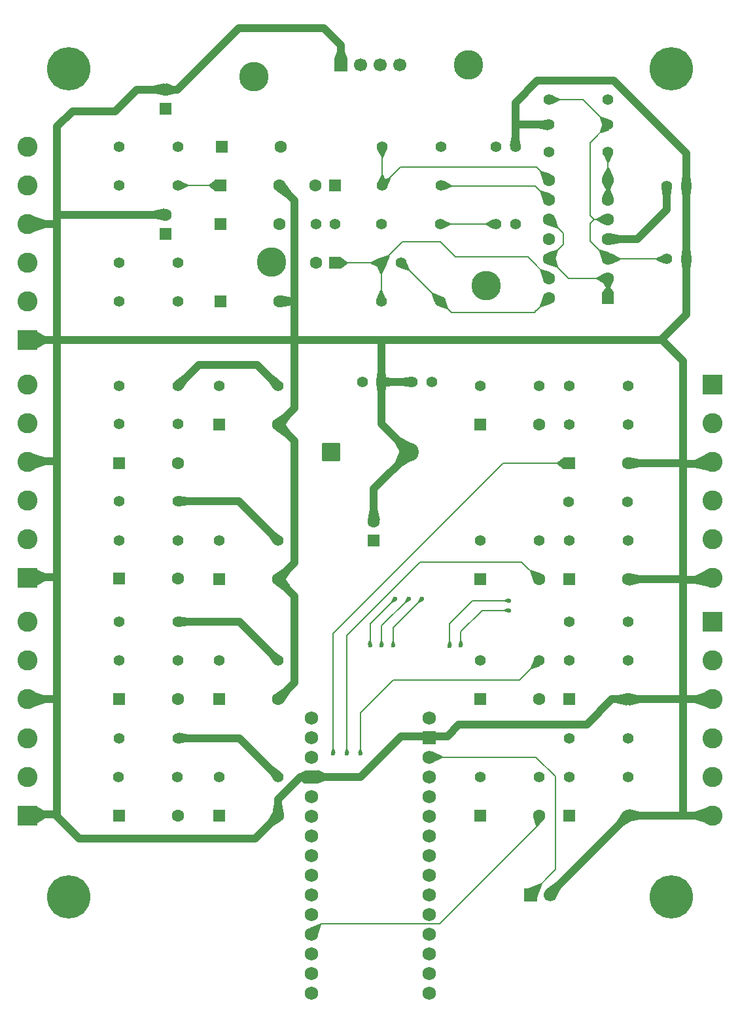
<source format=gtl>
%TF.GenerationSoftware,KiCad,Pcbnew,9.0.6-9.0.6~ubuntu24.04.1*%
%TF.CreationDate,2025-12-13T20:31:21+01:00*%
%TF.ProjectId,temperator,74656d70-6572-4617-946f-722e6b696361,1.1*%
%TF.SameCoordinates,PX623a7c0PY623a7c0*%
%TF.FileFunction,Copper,L1,Top*%
%TF.FilePolarity,Positive*%
%FSLAX46Y46*%
G04 Gerber Fmt 4.6, Leading zero omitted, Abs format (unit mm)*
G04 Created by KiCad (PCBNEW 9.0.6-9.0.6~ubuntu24.04.1) date 2025-12-13 20:31:21*
%MOMM*%
%LPD*%
G01*
G04 APERTURE LIST*
G04 Aperture macros list*
%AMRoundRect*
0 Rectangle with rounded corners*
0 $1 Rounding radius*
0 $2 $3 $4 $5 $6 $7 $8 $9 X,Y pos of 4 corners*
0 Add a 4 corners polygon primitive as box body*
4,1,4,$2,$3,$4,$5,$6,$7,$8,$9,$2,$3,0*
0 Add four circle primitives for the rounded corners*
1,1,$1+$1,$2,$3*
1,1,$1+$1,$4,$5*
1,1,$1+$1,$6,$7*
1,1,$1+$1,$8,$9*
0 Add four rect primitives between the rounded corners*
20,1,$1+$1,$2,$3,$4,$5,0*
20,1,$1+$1,$4,$5,$6,$7,0*
20,1,$1+$1,$6,$7,$8,$9,0*
20,1,$1+$1,$8,$9,$2,$3,0*%
G04 Aperture macros list end*
%TA.AperFunction,ComponentPad*%
%ADD10C,1.400000*%
%TD*%
%TA.AperFunction,ComponentPad*%
%ADD11RoundRect,0.250000X-0.550000X-0.550000X0.550000X-0.550000X0.550000X0.550000X-0.550000X0.550000X0*%
%TD*%
%TA.AperFunction,ComponentPad*%
%ADD12C,1.600000*%
%TD*%
%TA.AperFunction,ComponentPad*%
%ADD13R,2.600000X2.600000*%
%TD*%
%TA.AperFunction,ComponentPad*%
%ADD14C,2.600000*%
%TD*%
%TA.AperFunction,ComponentPad*%
%ADD15C,3.600000*%
%TD*%
%TA.AperFunction,ConnectorPad*%
%ADD16C,5.600000*%
%TD*%
%TA.AperFunction,ConnectorPad*%
%ADD17C,3.800000*%
%TD*%
%TA.AperFunction,ComponentPad*%
%ADD18RoundRect,0.250000X0.550000X-0.550000X0.550000X0.550000X-0.550000X0.550000X-0.550000X-0.550000X0*%
%TD*%
%TA.AperFunction,ComponentPad*%
%ADD19RoundRect,0.250001X-0.949999X-0.949999X0.949999X-0.949999X0.949999X0.949999X-0.949999X0.949999X0*%
%TD*%
%TA.AperFunction,ComponentPad*%
%ADD20C,2.400000*%
%TD*%
%TA.AperFunction,ComponentPad*%
%ADD21RoundRect,0.250000X0.550000X0.550000X-0.550000X0.550000X-0.550000X-0.550000X0.550000X-0.550000X0*%
%TD*%
%TA.AperFunction,ComponentPad*%
%ADD22C,1.727200*%
%TD*%
%TA.AperFunction,ComponentPad*%
%ADD23R,1.727200X1.727200*%
%TD*%
%TA.AperFunction,ComponentPad*%
%ADD24R,1.700000X1.700000*%
%TD*%
%TA.AperFunction,ComponentPad*%
%ADD25C,1.700000*%
%TD*%
%TA.AperFunction,ViaPad*%
%ADD26C,0.600000*%
%TD*%
%TA.AperFunction,Conductor*%
%ADD27C,0.200000*%
%TD*%
%TA.AperFunction,Conductor*%
%ADD28C,1.000000*%
%TD*%
G04 APERTURE END LIST*
D10*
%TO.P,R124,1*%
%TO.N,Net-(J104-Pin_4)*%
X33310000Y-2500000D03*
%TO.P,R124,2*%
%TO.N,+3.3V*%
X25690000Y-2500000D03*
%TD*%
%TO.P,C205,1*%
%TO.N,Net-(C205-Pad1)*%
X-4500000Y33400000D03*
%TO.P,C205,2*%
%TO.N,Net-(U201C--)*%
X-7000000Y33400000D03*
%TD*%
%TO.P,C208,1*%
%TO.N,ADC0*%
X16300000Y43400000D03*
%TO.P,C208,2*%
%TO.N,GND*%
X18800000Y43400000D03*
%TD*%
D11*
%TO.P,D104,1,K*%
%TO.N,+3.3V*%
X-32500000Y-28000000D03*
D12*
%TO.P,D104,2,A*%
%TO.N,CH04*%
X-24880000Y-28000000D03*
%TD*%
D13*
%TO.P,J104,1,Pin_1*%
%TO.N,Net-(J104-Pin_1)*%
X44300000Y12700000D03*
D14*
%TO.P,J104,2,Pin_2*%
%TO.N,Net-(J104-Pin_2)*%
X44300000Y7700000D03*
%TO.P,J104,3,Pin_3*%
%TO.N,GND*%
X44300000Y2700000D03*
%TO.P,J104,4,Pin_4*%
%TO.N,Net-(J104-Pin_4)*%
X44300000Y-2300000D03*
%TO.P,J104,5,Pin_5*%
%TO.N,Net-(J104-Pin_5)*%
X44300000Y-7300000D03*
%TO.P,J104,6,Pin_6*%
%TO.N,GND*%
X44300000Y-12300000D03*
%TD*%
D11*
%TO.P,D202,1,K*%
%TO.N,+3.3V*%
X-19310000Y33400000D03*
D12*
%TO.P,D202,2,A*%
%TO.N,Net-(D202-A)*%
X-11690000Y33400000D03*
%TD*%
D11*
%TO.P,D109,1,K*%
%TO.N,CH01*%
X-19500707Y-12499293D03*
D12*
%TO.P,D109,2,A*%
%TO.N,GND*%
X-11880707Y-12499293D03*
%TD*%
D10*
%TO.P,R203,1*%
%TO.N,+3.3V*%
X-24880000Y28400000D03*
%TO.P,R203,2*%
%TO.N,Net-(J201-Pin_3)*%
X-32500000Y28400000D03*
%TD*%
D11*
%TO.P,D106,1,K*%
%TO.N,+3.3V*%
X14250000Y-43000000D03*
D12*
%TO.P,D106,2,A*%
%TO.N,CH06*%
X21870000Y-43000000D03*
%TD*%
D10*
%TO.P,C211,1*%
%TO.N,+3.3V*%
X38400000Y38350000D03*
%TO.P,C211,2*%
%TO.N,GND*%
X40900000Y38350000D03*
%TD*%
%TO.P,C213,1*%
%TO.N,ADC2*%
X8000000Y13000000D03*
%TO.P,C213,2*%
%TO.N,GND*%
X5500000Y13000000D03*
%TD*%
%TO.P,R103,1*%
%TO.N,+3.3V*%
X-11880000Y-38000000D03*
%TO.P,R103,2*%
%TO.N,CH03*%
X-19500000Y-38000000D03*
%TD*%
%TO.P,R119,1*%
%TO.N,Net-(J103-Pin_5)*%
X33370000Y-38000000D03*
%TO.P,R119,2*%
%TO.N,CH06*%
X25750000Y-38000000D03*
%TD*%
%TO.P,R209,1*%
%TO.N,Net-(D204-A)*%
X-24880000Y38400000D03*
%TO.P,R209,2*%
%TO.N,Net-(J201-Pin_5)*%
X-32500000Y38400000D03*
%TD*%
D13*
%TO.P,J102,1,Pin_1*%
%TO.N,GND*%
X-44300000Y-43000000D03*
D14*
%TO.P,J102,2,Pin_2*%
%TO.N,Net-(J102-Pin_2)*%
X-44300000Y-38000000D03*
%TO.P,J102,3,Pin_3*%
%TO.N,Net-(J102-Pin_3)*%
X-44300000Y-33000000D03*
%TO.P,J102,4,Pin_4*%
%TO.N,GND*%
X-44300000Y-28000000D03*
%TO.P,J102,5,Pin_5*%
%TO.N,Net-(J102-Pin_5)*%
X-44300000Y-23000000D03*
%TO.P,J102,6,Pin_6*%
%TO.N,Net-(J102-Pin_6)*%
X-44300000Y-18000000D03*
%TD*%
D13*
%TO.P,J101,1,Pin_1*%
%TO.N,GND*%
X-44300000Y-12300000D03*
D14*
%TO.P,J101,2,Pin_2*%
%TO.N,Net-(J101-Pin_2)*%
X-44300000Y-7300000D03*
%TO.P,J101,3,Pin_3*%
%TO.N,Net-(J101-Pin_3)*%
X-44300000Y-2300000D03*
%TO.P,J101,4,Pin_4*%
%TO.N,GND*%
X-44300000Y2700000D03*
%TO.P,J101,5,Pin_5*%
%TO.N,Net-(J101-Pin_5)*%
X-44300000Y7700000D03*
%TO.P,J101,6,Pin_6*%
%TO.N,Net-(J101-Pin_6)*%
X-44300000Y12700000D03*
%TD*%
D15*
%TO.P,H206,1*%
%TO.N,N/C*%
X-39000000Y53500000D03*
D16*
X-39000000Y53500000D03*
%TD*%
D14*
%TO.P,H211,1*%
%TO.N,N/C*%
X12750000Y54000000D03*
D17*
X12750000Y54000000D03*
%TD*%
D13*
%TO.P,J103,1,Pin_1*%
%TO.N,Net-(J103-Pin_1)*%
X44300000Y-18000000D03*
D14*
%TO.P,J103,2,Pin_2*%
%TO.N,Net-(J103-Pin_2)*%
X44300000Y-23000000D03*
%TO.P,J103,3,Pin_3*%
%TO.N,GND*%
X44300000Y-28000000D03*
%TO.P,J103,4,Pin_4*%
%TO.N,Net-(J103-Pin_4)*%
X44300000Y-33000000D03*
%TO.P,J103,5,Pin_5*%
%TO.N,Net-(J103-Pin_5)*%
X44300000Y-38000000D03*
%TO.P,J103,6,Pin_6*%
%TO.N,GND*%
X44300000Y-43000000D03*
%TD*%
D11*
%TO.P,D102,1,K*%
%TO.N,+3.3V*%
X-32500000Y2500000D03*
D12*
%TO.P,D102,2,A*%
%TO.N,CH02*%
X-24880000Y2500000D03*
%TD*%
D10*
%TO.P,R107,1*%
%TO.N,+3.3V*%
X14250000Y12500000D03*
%TO.P,R107,2*%
%TO.N,CH07*%
X21870000Y12500000D03*
%TD*%
D15*
%TO.P,H205,1*%
%TO.N,N/C*%
X39000000Y53500000D03*
D16*
X39000000Y53500000D03*
%TD*%
D10*
%TO.P,R105,1*%
%TO.N,+3.3V*%
X14250000Y-23000000D03*
%TO.P,R105,2*%
%TO.N,CH05*%
X21870000Y-23000000D03*
%TD*%
D11*
%TO.P,D205,1,K*%
%TO.N,Net-(D204-A)*%
X-19310000Y38400000D03*
D12*
%TO.P,D205,2,A*%
%TO.N,GND*%
X-11690000Y38400000D03*
%TD*%
D10*
%TO.P,R114,1*%
%TO.N,Net-(J102-Pin_3)*%
X-32510000Y-33000000D03*
%TO.P,R114,2*%
%TO.N,+3.3V*%
X-24890000Y-33000000D03*
%TD*%
%TO.P,R120,1*%
%TO.N,Net-(J103-Pin_4)*%
X33370000Y-33000000D03*
%TO.P,R120,2*%
%TO.N,+3.3V*%
X25750000Y-33000000D03*
%TD*%
D11*
%TO.P,D103,1,K*%
%TO.N,+3.3V*%
X-32500000Y-43000000D03*
D12*
%TO.P,D103,2,A*%
%TO.N,CH03*%
X-24880000Y-43000000D03*
%TD*%
D10*
%TO.P,R110,1*%
%TO.N,Net-(J101-Pin_3)*%
X-32500000Y-2400000D03*
%TO.P,R110,2*%
%TO.N,+3.3V*%
X-24880000Y-2400000D03*
%TD*%
D11*
%TO.P,D204,1,K*%
%TO.N,+3.3V*%
X-19200000Y43400000D03*
D12*
%TO.P,D204,2,A*%
%TO.N,Net-(D204-A)*%
X-11580000Y43400000D03*
%TD*%
D11*
%TO.P,D112,1,K*%
%TO.N,CH04*%
X-19500000Y-28000000D03*
D12*
%TO.P,D112,2,A*%
%TO.N,GND*%
X-11880000Y-28000000D03*
%TD*%
D15*
%TO.P,H208,1*%
%TO.N,N/C*%
X39000000Y-53500000D03*
D16*
X39000000Y-53500000D03*
%TD*%
D18*
%TO.P,C209,1*%
%TO.N,Net-(J201-Pin_6)*%
X-26500000Y48317620D03*
D12*
%TO.P,C209,2*%
%TO.N,GND*%
X-26500000Y50817620D03*
%TD*%
D10*
%TO.P,R211,1*%
%TO.N,ADC2*%
X23190000Y42750000D03*
%TO.P,R211,2*%
%TO.N,Net-(U201B--)*%
X30810000Y42750000D03*
%TD*%
D18*
%TO.P,C210,1*%
%TO.N,Net-(J201-Pin_3)*%
X-26500000Y32150000D03*
D12*
%TO.P,C210,2*%
%TO.N,GND*%
X-26500000Y34650000D03*
%TD*%
D11*
%TO.P,D116,1,K*%
%TO.N,CH08*%
X25750000Y-12500000D03*
D12*
%TO.P,D116,2,A*%
%TO.N,GND*%
X33370000Y-12500000D03*
%TD*%
D10*
%TO.P,R112,1*%
%TO.N,Net-(J101-Pin_6)*%
X-32500000Y12500000D03*
%TO.P,R112,2*%
%TO.N,+3.3V*%
X-24880000Y12500000D03*
%TD*%
D14*
%TO.P,H210,1*%
%TO.N,N/C*%
X-15000000Y52500000D03*
D17*
X-15000000Y52500000D03*
%TD*%
D10*
%TO.P,R113,1*%
%TO.N,Net-(J102-Pin_2)*%
X-32560000Y-38000000D03*
%TO.P,R113,2*%
%TO.N,CH03*%
X-24940000Y-38000000D03*
%TD*%
D11*
%TO.P,D115,1,K*%
%TO.N,CH07*%
X25750000Y2500000D03*
D12*
%TO.P,D115,2,A*%
%TO.N,GND*%
X33370000Y2500000D03*
%TD*%
D19*
%TO.P,D201,1,K*%
%TO.N,+3.3V*%
X-5080000Y4000000D03*
D20*
%TO.P,D201,2,A*%
%TO.N,GND*%
X5080000Y4000000D03*
%TD*%
D11*
%TO.P,D108,1,K*%
%TO.N,+3.3V*%
X14250000Y-12500000D03*
D12*
%TO.P,D108,2,A*%
%TO.N,CH08*%
X21870000Y-12500000D03*
%TD*%
D10*
%TO.P,R118,1*%
%TO.N,Net-(J103-Pin_1)*%
X33370000Y-18000000D03*
%TO.P,R118,2*%
%TO.N,+3.3V*%
X25750000Y-18000000D03*
%TD*%
%TO.P,R116,1*%
%TO.N,Net-(J102-Pin_6)*%
X-32500000Y-18000000D03*
%TO.P,R116,2*%
%TO.N,+3.3V*%
X-24880000Y-18000000D03*
%TD*%
%TO.P,R208,1*%
%TO.N,Net-(C205-Pad1)*%
X1590000Y38400000D03*
%TO.P,R208,2*%
%TO.N,Net-(U201C--)*%
X9210000Y38400000D03*
%TD*%
D11*
%TO.P,D203,1,K*%
%TO.N,Net-(D202-A)*%
X-19310000Y23450000D03*
D12*
%TO.P,D203,2,A*%
%TO.N,GND*%
X-11690000Y23450000D03*
%TD*%
D10*
%TO.P,C212,1*%
%TO.N,Net-(U201A-+)*%
X38400000Y28900000D03*
%TO.P,C212,2*%
%TO.N,GND*%
X40900000Y28900000D03*
%TD*%
%TO.P,R204,1*%
%TO.N,Net-(U201A-+)*%
X30810000Y46250000D03*
%TO.P,R204,2*%
%TO.N,GND*%
X23190000Y46250000D03*
%TD*%
D21*
%TO.P,U201,1*%
%TO.N,Net-(U201A--)*%
X30800000Y23875000D03*
D12*
%TO.P,U201,2,-*%
X30800000Y26415000D03*
%TO.P,U201,3,+*%
%TO.N,Net-(U201A-+)*%
X30800000Y28955000D03*
%TO.P,U201,4,V+*%
%TO.N,+3.3V*%
X30800000Y31495000D03*
%TO.P,U201,5,+*%
%TO.N,Net-(U201A-+)*%
X30800000Y34035000D03*
%TO.P,U201,6,-*%
%TO.N,Net-(U201B--)*%
X30800000Y36575000D03*
%TO.P,U201,7*%
X30800000Y39115000D03*
%TO.P,U201,8*%
%TO.N,Net-(C205-Pad1)*%
X23180000Y39115000D03*
%TO.P,U201,9,-*%
%TO.N,Net-(U201C--)*%
X23180000Y36575000D03*
%TO.P,U201,10,+*%
%TO.N,Net-(U201A--)*%
X23180000Y34035000D03*
%TO.P,U201,11,V-*%
%TO.N,GND*%
X23180000Y31495000D03*
%TO.P,U201,12,+*%
%TO.N,Net-(U201A--)*%
X23180000Y28955000D03*
%TO.P,U201,13,-*%
%TO.N,Net-(U201D--)*%
X23180000Y26415000D03*
%TO.P,U201,14*%
%TO.N,Net-(C203-Pad1)*%
X23180000Y23875000D03*
%TD*%
D22*
%TO.P,A201,3V3,3.3V*%
%TO.N,+3.3V*%
X7620000Y-63400000D03*
%TO.P,A201,5V,5V*%
%TO.N,unconnected-(A201-Pad5V)*%
X7620000Y-38000000D03*
%TO.P,A201,A0,A0*%
%TO.N,ADC1*%
X7620000Y-58320000D03*
%TO.P,A201,A1,A1*%
%TO.N,ADC0*%
X7620000Y-55780000D03*
%TO.P,A201,A2,A2*%
%TO.N,ADC2*%
X7620000Y-53240000D03*
%TO.P,A201,A3,A3*%
%TO.N,unconnected-(A201-PadA3)*%
X7620000Y-50700000D03*
%TO.P,A201,A4,A4/SDA*%
%TO.N,Net-(A201-A4{slash}SDA)*%
X7620000Y-48160000D03*
%TO.P,A201,A5,A5/SCL*%
%TO.N,Net-(A201-A5{slash}SCL)*%
X7620000Y-45620000D03*
%TO.P,A201,A6,A6*%
%TO.N,unconnected-(A201-PadA6)*%
X7620000Y-43080000D03*
%TO.P,A201,A7,A7*%
%TO.N,unconnected-(A201-PadA7)*%
X7620000Y-40540000D03*
%TO.P,A201,B0,B0*%
%TO.N,unconnected-(A201-PadB0)*%
X7620000Y-60860000D03*
%TO.P,A201,B1,B1*%
%TO.N,Net-(JP201-A)*%
X7620000Y-35460000D03*
%TO.P,A201,D0,D0/RX*%
%TO.N,unconnected-(A201-D0{slash}RX-PadD0)*%
X-7620000Y-32920000D03*
%TO.P,A201,D1,D1/TX*%
%TO.N,unconnected-(A201-D1{slash}TX-PadD1)*%
X-7620000Y-30380000D03*
%TO.P,A201,D2,D2*%
%TO.N,CH02*%
X-7620000Y-40540000D03*
%TO.P,A201,D3,D3*%
%TO.N,CH01*%
X-7620000Y-43080000D03*
%TO.P,A201,D4,D4*%
%TO.N,CH04*%
X-7620000Y-45620000D03*
%TO.P,A201,D5,D5*%
%TO.N,CH03*%
X-7620000Y-48160000D03*
%TO.P,A201,D6,D6*%
%TO.N,CH07*%
X-7620000Y-50700000D03*
%TO.P,A201,D7,D7*%
%TO.N,CH08*%
X-7620000Y-53240000D03*
%TO.P,A201,D8,D8*%
%TO.N,CH05*%
X-7620000Y-55780000D03*
%TO.P,A201,D9,D9*%
%TO.N,CH06*%
X-7620000Y-58320000D03*
%TO.P,A201,D10,D10*%
%TO.N,unconnected-(A201-PadD10)*%
X-7620000Y-60860000D03*
%TO.P,A201,D11,D11_MOSI*%
%TO.N,unconnected-(A201-D11_MOSI-PadD11)*%
X-7620000Y-63400000D03*
%TO.P,A201,D12,D12_MISO*%
%TO.N,unconnected-(A201-D12_MISO-PadD12)*%
X-7620000Y-65940000D03*
%TO.P,A201,D13,D13_SCK*%
%TO.N,unconnected-(A201-D13_SCK-PadD13)*%
X7620000Y-65940000D03*
D23*
%TO.P,A201,GND1,GND*%
%TO.N,GND*%
X-7620000Y-38000000D03*
%TO.P,A201,GND2,GND*%
X7620000Y-32920000D03*
D22*
%TO.P,A201,RST,~{RESET}*%
%TO.N,unconnected-(A201-~{RESET}-PadRST)*%
X-7620000Y-35460000D03*
%TO.P,A201,VIN,VIN*%
%TO.N,unconnected-(A201-PadVIN)*%
X7620000Y-30380000D03*
%TD*%
D11*
%TO.P,D114,1,K*%
%TO.N,CH06*%
X25750000Y-43000000D03*
D12*
%TO.P,D114,2,A*%
%TO.N,GND*%
X33370000Y-43000000D03*
%TD*%
D10*
%TO.P,R111,1*%
%TO.N,Net-(J101-Pin_5)*%
X-32500000Y7600000D03*
%TO.P,R111,2*%
%TO.N,CH02*%
X-24880000Y7600000D03*
%TD*%
%TO.P,R102,1*%
%TO.N,+3.3V*%
X-11880000Y12500000D03*
%TO.P,R102,2*%
%TO.N,CH02*%
X-19500000Y12500000D03*
%TD*%
D18*
%TO.P,C202,1*%
%TO.N,+3.3V*%
X500000Y-7500000D03*
D12*
%TO.P,C202,2*%
%TO.N,GND*%
X500000Y-5000000D03*
%TD*%
D10*
%TO.P,R101,1*%
%TO.N,+3.3V*%
X-11880000Y-7500000D03*
%TO.P,R101,2*%
%TO.N,CH01*%
X-19500000Y-7500000D03*
%TD*%
D11*
%TO.P,D105,1,K*%
%TO.N,+3.3V*%
X14250000Y-28000000D03*
D12*
%TO.P,D105,2,A*%
%TO.N,CH05*%
X21870000Y-28000000D03*
%TD*%
D10*
%TO.P,R210,1*%
%TO.N,Net-(C205-Pad1)*%
X1590000Y43400000D03*
%TO.P,R210,2*%
%TO.N,ADC0*%
X9210000Y43400000D03*
%TD*%
%TO.P,R109,1*%
%TO.N,Net-(J101-Pin_2)*%
X-32500000Y-7500000D03*
%TO.P,R109,2*%
%TO.N,CH01*%
X-24880000Y-7500000D03*
%TD*%
%TO.P,R122,1*%
%TO.N,Net-(J104-Pin_1)*%
X33370000Y12500000D03*
%TO.P,R122,2*%
%TO.N,+3.3V*%
X25750000Y12500000D03*
%TD*%
%TO.P,C207,1*%
%TO.N,ADC1*%
X16300000Y33400000D03*
%TO.P,C207,2*%
%TO.N,GND*%
X18800000Y33400000D03*
%TD*%
%TO.P,C203,1*%
%TO.N,Net-(C203-Pad1)*%
X4000000Y28400000D03*
%TO.P,C203,2*%
%TO.N,Net-(U201D--)*%
X1500000Y28400000D03*
%TD*%
%TO.P,R201,1*%
%TO.N,+3.3V*%
X30810000Y49500000D03*
%TO.P,R201,2*%
%TO.N,Net-(U201A-+)*%
X23190000Y49500000D03*
%TD*%
D21*
%TO.P,C204,1*%
%TO.N,Net-(U201D--)*%
X-4500000Y28400000D03*
D12*
%TO.P,C204,2*%
%TO.N,Net-(D202-A)*%
X-7000000Y28400000D03*
%TD*%
D10*
%TO.P,R104,1*%
%TO.N,+3.3V*%
X-11880000Y-23000000D03*
%TO.P,R104,2*%
%TO.N,CH04*%
X-19500000Y-23000000D03*
%TD*%
%TO.P,R115,1*%
%TO.N,Net-(J102-Pin_5)*%
X-32500000Y-23000000D03*
%TO.P,R115,2*%
%TO.N,CH04*%
X-24880000Y-23000000D03*
%TD*%
D11*
%TO.P,D107,1,K*%
%TO.N,+3.3V*%
X14250000Y7500000D03*
D12*
%TO.P,D107,2,A*%
%TO.N,CH07*%
X21870000Y7500000D03*
%TD*%
D10*
%TO.P,R205,1*%
%TO.N,Net-(C203-Pad1)*%
X9070000Y23450000D03*
%TO.P,R205,2*%
%TO.N,Net-(U201D--)*%
X1450000Y23450000D03*
%TD*%
%TO.P,C201,1*%
%TO.N,+3.3V*%
X-1000000Y13000000D03*
%TO.P,C201,2*%
%TO.N,GND*%
X1500000Y13000000D03*
%TD*%
D24*
%TO.P,JP201,1,A*%
%TO.N,Net-(JP201-A)*%
X20750000Y-53250000D03*
D25*
%TO.P,JP201,2,B*%
%TO.N,GND*%
X23290000Y-53250000D03*
%TD*%
D11*
%TO.P,D101,1,K*%
%TO.N,+3.3V*%
X-32500000Y-12400000D03*
D12*
%TO.P,D101,2,A*%
%TO.N,CH01*%
X-24880000Y-12400000D03*
%TD*%
D10*
%TO.P,R207,1*%
%TO.N,Net-(C203-Pad1)*%
X1440000Y33400000D03*
%TO.P,R207,2*%
%TO.N,ADC1*%
X9060000Y33400000D03*
%TD*%
D13*
%TO.P,J201,1,Pin_1*%
%TO.N,GND*%
X-44300000Y18400000D03*
D14*
%TO.P,J201,2,Pin_2*%
%TO.N,Net-(J201-Pin_2)*%
X-44300000Y23400000D03*
%TO.P,J201,3,Pin_3*%
%TO.N,Net-(J201-Pin_3)*%
X-44300000Y28400000D03*
%TO.P,J201,4,Pin_4*%
%TO.N,GND*%
X-44300000Y33400000D03*
%TO.P,J201,5,Pin_5*%
%TO.N,Net-(J201-Pin_5)*%
X-44300000Y38400000D03*
%TO.P,J201,6,Pin_6*%
%TO.N,Net-(J201-Pin_6)*%
X-44300000Y43400000D03*
%TD*%
D21*
%TO.P,C206,1*%
%TO.N,Net-(U201C--)*%
X-4571144Y38400000D03*
D12*
%TO.P,C206,2*%
%TO.N,Net-(D204-A)*%
X-7071144Y38400000D03*
%TD*%
D24*
%TO.P,Brd201,1,GND*%
%TO.N,GND*%
X-3800000Y54000000D03*
D25*
%TO.P,Brd201,2,VCC*%
%TO.N,+3.3V*%
X-1260000Y54000000D03*
%TO.P,Brd201,3,SCL*%
%TO.N,Net-(A201-A5{slash}SCL)*%
X1280000Y54000000D03*
%TO.P,Brd201,4,SDA*%
%TO.N,Net-(A201-A4{slash}SDA)*%
X3820000Y54000000D03*
%TD*%
D10*
%TO.P,R121,1*%
%TO.N,Net-(J104-Pin_2)*%
X33370000Y7500000D03*
%TO.P,R121,2*%
%TO.N,CH07*%
X25750000Y7500000D03*
%TD*%
D11*
%TO.P,D113,1,K*%
%TO.N,CH05*%
X25750000Y-28000000D03*
D12*
%TO.P,D113,2,A*%
%TO.N,GND*%
X33370000Y-28000000D03*
%TD*%
D14*
%TO.P,H212,1*%
%TO.N,N/C*%
X-12750000Y28500000D03*
D17*
X-12750000Y28500000D03*
%TD*%
D10*
%TO.P,R202,1*%
%TO.N,+3.3V*%
X-24830000Y43400000D03*
%TO.P,R202,2*%
%TO.N,Net-(J201-Pin_6)*%
X-32450000Y43400000D03*
%TD*%
D14*
%TO.P,H213,1*%
%TO.N,N/C*%
X15000000Y25500000D03*
D17*
X15000000Y25500000D03*
%TD*%
D15*
%TO.P,H207,1*%
%TO.N,N/C*%
X-39000000Y-53500000D03*
D16*
X-39000000Y-53500000D03*
%TD*%
D10*
%TO.P,R206,1*%
%TO.N,Net-(D202-A)*%
X-24880000Y23450000D03*
%TO.P,R206,2*%
%TO.N,Net-(J201-Pin_2)*%
X-32500000Y23450000D03*
%TD*%
%TO.P,R106,1*%
%TO.N,+3.3V*%
X14250000Y-38000000D03*
%TO.P,R106,2*%
%TO.N,CH06*%
X21870000Y-38000000D03*
%TD*%
%TO.P,R123,1*%
%TO.N,Net-(J104-Pin_5)*%
X33370000Y-7500000D03*
%TO.P,R123,2*%
%TO.N,CH08*%
X25750000Y-7500000D03*
%TD*%
%TO.P,R108,1*%
%TO.N,+3.3V*%
X14250000Y-7500000D03*
%TO.P,R108,2*%
%TO.N,CH08*%
X21870000Y-7500000D03*
%TD*%
D11*
%TO.P,D111,1,K*%
%TO.N,CH03*%
X-19500000Y-43000000D03*
D12*
%TO.P,D111,2,A*%
%TO.N,GND*%
X-11880000Y-43000000D03*
%TD*%
D11*
%TO.P,D110,1,K*%
%TO.N,CH02*%
X-19500000Y7500000D03*
D12*
%TO.P,D110,2,A*%
%TO.N,GND*%
X-11880000Y7500000D03*
%TD*%
D10*
%TO.P,R117,1*%
%TO.N,Net-(J103-Pin_2)*%
X33370000Y-23000000D03*
%TO.P,R117,2*%
%TO.N,CH05*%
X25750000Y-23000000D03*
%TD*%
D26*
%TO.N,ADC1*%
X3250000Y-15000000D03*
X0Y-21000000D03*
%TO.N,ADC0*%
X1500000Y-21000000D03*
X5000000Y-15000000D03*
%TO.N,CH07*%
X-4750000Y-35000000D03*
%TO.N,CH05*%
X-1250000Y-35000000D03*
%TO.N,Net-(A201-A5{slash}SCL)*%
X18000000Y-15250000D03*
X10312500Y-21062500D03*
%TO.N,CH08*%
X-3000000Y-35000000D03*
%TO.N,Net-(A201-A4{slash}SDA)*%
X11750000Y-21000000D03*
X18000000Y-16500000D03*
%TO.N,ADC2*%
X6750000Y-15000000D03*
X3000000Y-21000000D03*
%TD*%
D27*
%TO.N,ADC1*%
X16300000Y33400000D02*
X9060000Y33400000D01*
X3250000Y-15000000D02*
X0Y-18250000D01*
X0Y-18250000D02*
X0Y-21000000D01*
%TO.N,ADC0*%
X1500000Y-18500000D02*
X1500000Y-21000000D01*
X5000000Y-15000000D02*
X1500000Y-18500000D01*
%TO.N,CH07*%
X17250000Y2500000D02*
X-4750000Y-19500000D01*
X-4750000Y-19500000D02*
X-4750000Y-35000000D01*
X25750000Y2500000D02*
X17250000Y2500000D01*
%TO.N,CH06*%
X21870000Y-44131370D02*
X9001370Y-57000000D01*
X-6300000Y-57000000D02*
X-7620000Y-58320000D01*
X9001370Y-57000000D02*
X-6300000Y-57000000D01*
X21870000Y-43000000D02*
X21870000Y-44131370D01*
D28*
%TO.N,+3.3V*%
X-24890000Y-33000000D02*
X-16880000Y-33000000D01*
X34595000Y31495000D02*
X30800000Y31495000D01*
X-24880000Y-2400000D02*
X-16980000Y-2400000D01*
X-24880000Y-18000000D02*
X-16880000Y-18000000D01*
X-22130000Y15250000D02*
X-14630000Y15250000D01*
X-16880000Y-18000000D02*
X-11880000Y-23000000D01*
X38400000Y35300000D02*
X34595000Y31495000D01*
X-16980000Y-2400000D02*
X-11880000Y-7500000D01*
X-14630000Y15250000D02*
X-11880000Y12500000D01*
X-16880000Y-33000000D02*
X-11880000Y-38000000D01*
X38400000Y38350000D02*
X38400000Y35300000D01*
X-24880000Y12500000D02*
X-22130000Y15250000D01*
%TO.N,GND*%
X-38500000Y48000000D02*
X-33000000Y48000000D01*
X11500000Y-31250000D02*
X10000000Y-32750000D01*
X-40600000Y-43000000D02*
X-40500000Y-42900000D01*
X-40600000Y33400000D02*
X-40500000Y33500000D01*
X-11880000Y7500000D02*
X-9750000Y9630000D01*
X-24932380Y50817620D02*
X-17000000Y58750000D01*
X-26500000Y34650000D02*
X-40350000Y34650000D01*
X-9750000Y9630000D02*
X-9750000Y18450000D01*
X10000000Y-32750000D02*
X4000000Y-32750000D01*
X-11880000Y-43000000D02*
X-14880000Y-46000000D01*
X-11880000Y-40880000D02*
X-11880000Y-43000000D01*
X1500000Y13000000D02*
X5500000Y13000000D01*
X18800000Y43400000D02*
X18800000Y46200000D01*
X-40575000Y-12225000D02*
X-40500000Y-12300000D01*
X33370000Y-43000000D02*
X44303000Y-43000000D01*
X-6000000Y58750000D02*
X-17000000Y58750000D01*
X40500000Y-12750000D02*
X40500000Y2500000D01*
X40900000Y28900000D02*
X40900000Y21750000D01*
X4000000Y-32750000D02*
X-1250000Y-38000000D01*
X-11880707Y-12499293D02*
X-9750000Y-14630000D01*
X500000Y-750000D02*
X500000Y-5000000D01*
X23190000Y46250000D02*
X18850000Y46250000D01*
X-11690000Y38400000D02*
X-9750000Y36460000D01*
X40250000Y-12500000D02*
X40500000Y-12750000D01*
X40500000Y2500000D02*
X40500000Y15750000D01*
X-44300000Y-42900000D02*
X-40700000Y-42900000D01*
X-40875000Y2775000D02*
X-40500000Y2400000D01*
X-40500000Y-12300000D02*
X-40500000Y2400000D01*
X-44300000Y-12225000D02*
X-40575000Y-12225000D01*
X40500000Y-43000000D02*
X40500000Y-27750000D01*
X-40500000Y46000000D02*
X-38500000Y48000000D01*
X40250000Y-28000000D02*
X40500000Y-27750000D01*
X-7620000Y-38000000D02*
X-9000000Y-38000000D01*
X-40600000Y-28000000D02*
X-40500000Y-28100000D01*
X-9750000Y36460000D02*
X-9750000Y23550000D01*
X-3800000Y56550000D02*
X-6000000Y58750000D01*
X-26500000Y50817620D02*
X-24932380Y50817620D01*
X-9750000Y5370000D02*
X-9750000Y-10368586D01*
X33370000Y-28000000D02*
X40250000Y-28000000D01*
X44303000Y-28000000D02*
X40250000Y-28000000D01*
X-40500000Y34500000D02*
X-40500000Y46000000D01*
X-44300000Y2775000D02*
X-40875000Y2775000D01*
X33370000Y-12500000D02*
X40250000Y-12500000D01*
X40293000Y-12543000D02*
X40250000Y-12500000D01*
X1600000Y18450000D02*
X37600000Y18450000D01*
X-40500000Y-42900000D02*
X-40500000Y-28100000D01*
X40543000Y2457000D02*
X40500000Y2500000D01*
X-11690000Y23450000D02*
X-9850000Y23450000D01*
X-40500000Y2400000D02*
X-40500000Y33500000D01*
X37600000Y18450000D02*
X37700000Y18550000D01*
X-9750000Y23550000D02*
X-9750000Y18450000D01*
X-9000000Y-38000000D02*
X-11880000Y-40880000D01*
X-11880000Y7500000D02*
X-9750000Y5370000D01*
X-44300000Y18450000D02*
X-9750000Y18450000D01*
X33370000Y-43000000D02*
X23290000Y-53080000D01*
X-40350000Y34650000D02*
X-40500000Y34500000D01*
X44300000Y-12543000D02*
X40293000Y-12543000D01*
X-37600000Y-46000000D02*
X-40600000Y-43000000D01*
X40900000Y28900000D02*
X40900000Y38350000D01*
X-40500000Y33500000D02*
X-40500000Y34500000D01*
X-9750000Y-25870000D02*
X-11880000Y-28000000D01*
X-14880000Y-46000000D02*
X-37600000Y-46000000D01*
X-9750000Y-10368586D02*
X-11880707Y-12499293D01*
X1500000Y7580000D02*
X5080000Y4000000D01*
X-33000000Y48000000D02*
X-30182380Y50817620D01*
X-9750000Y18450000D02*
X1600000Y18450000D01*
X40500000Y15750000D02*
X37700000Y18550000D01*
X33370000Y2500000D02*
X40500000Y2500000D01*
X21650000Y51950000D02*
X18800000Y49100000D01*
X-40700000Y-42900000D02*
X-40600000Y-43000000D01*
X-44300000Y33400000D02*
X-40600000Y33400000D01*
X28060000Y-31250000D02*
X11500000Y-31250000D01*
X40900000Y42550000D02*
X31500000Y51950000D01*
X40500000Y-27750000D02*
X40500000Y-12750000D01*
X1500000Y13000000D02*
X1500000Y7580000D01*
X-9850000Y23450000D02*
X-9750000Y23550000D01*
X-1250000Y-38000000D02*
X-7298000Y-38000000D01*
X31310000Y-28000000D02*
X28060000Y-31250000D01*
X-40500000Y-28100000D02*
X-40500000Y-12300000D01*
X33370000Y-43000000D02*
X40500000Y-43000000D01*
X40900000Y38350000D02*
X40900000Y42550000D01*
X18800000Y49100000D02*
X18800000Y43400000D01*
X33370000Y-28000000D02*
X31310000Y-28000000D01*
X-3800000Y54000000D02*
X-3800000Y56550000D01*
X-44372000Y-28000000D02*
X-40600000Y-28000000D01*
X31500000Y51950000D02*
X21650000Y51950000D01*
X-30182380Y50817620D02*
X-26500000Y50817620D01*
X5080000Y3830000D02*
X500000Y-750000D01*
X44300000Y2457000D02*
X40543000Y2457000D01*
X1500000Y13000000D02*
X1500000Y18350000D01*
X1500000Y18350000D02*
X1600000Y18450000D01*
X40900000Y21750000D02*
X37700000Y18550000D01*
X18800000Y46200000D02*
X18850000Y46250000D01*
X-9750000Y-14630000D02*
X-9750000Y-25870000D01*
D27*
%TO.N,Net-(JP201-A)*%
X7620000Y-35460000D02*
X21477107Y-35460000D01*
X24000000Y-37982893D02*
X24000000Y-50000000D01*
X24000000Y-50000000D02*
X20750000Y-53250000D01*
X21477107Y-35460000D02*
X24000000Y-37982893D01*
%TO.N,CH05*%
X-1250000Y-35000000D02*
X-1250000Y-29750000D01*
X19370000Y-25500000D02*
X21870000Y-23000000D01*
X-1250000Y-29750000D02*
X3000000Y-25500000D01*
X3000000Y-25500000D02*
X19370000Y-25500000D01*
%TO.N,Net-(A201-A5{slash}SCL)*%
X18000000Y-15250000D02*
X13250000Y-15250000D01*
X13250000Y-15250000D02*
X10312500Y-18187500D01*
X10312500Y-18187500D02*
X10312500Y-21062500D01*
%TO.N,CH08*%
X6500000Y-10250000D02*
X19620000Y-10250000D01*
X-3000000Y-35000000D02*
X-3000000Y-19750000D01*
X19620000Y-10250000D02*
X21870000Y-12500000D01*
X-3000000Y-19750000D02*
X6500000Y-10250000D01*
%TO.N,Net-(A201-A4{slash}SDA)*%
X18000000Y-16500000D02*
X14500000Y-16500000D01*
X11750000Y-19250000D02*
X11750000Y-21000000D01*
X14500000Y-16500000D02*
X11750000Y-19250000D01*
%TO.N,Net-(U201C--)*%
X23180000Y36575000D02*
X21405000Y38350000D01*
X21405000Y38350000D02*
X9210000Y38350000D01*
%TO.N,Net-(C203-Pad1)*%
X10550000Y22000000D02*
X21250000Y22000000D01*
X21555000Y22250000D02*
X23180000Y23875000D01*
X10550000Y22020000D02*
X10550000Y22000000D01*
X9070000Y23450000D02*
X4120000Y28400000D01*
X9070000Y23500000D02*
X10550000Y22020000D01*
X21500000Y22250000D02*
X21555000Y22250000D01*
X21250000Y22000000D02*
X21500000Y22250000D01*
%TO.N,Net-(D204-A)*%
X-19310000Y38400000D02*
X-24880000Y38400000D01*
%TO.N,Net-(U201D--)*%
X23180000Y26415000D02*
X20445000Y29150000D01*
X11050000Y29150000D02*
X9100000Y31100000D01*
X4200000Y31100000D02*
X1500000Y28400000D01*
X1450000Y23450000D02*
X1450000Y28350000D01*
X1500000Y28400000D02*
X-4500000Y28400000D01*
X9100000Y31100000D02*
X4200000Y31100000D01*
X20445000Y29150000D02*
X11050000Y29150000D01*
%TO.N,Net-(C205-Pad1)*%
X3940000Y40750000D02*
X1590000Y38400000D01*
X23180000Y39115000D02*
X21545000Y40750000D01*
X21545000Y40750000D02*
X3940000Y40750000D01*
X1590000Y38400000D02*
X1590000Y43450000D01*
%TO.N,Net-(U201A-+)*%
X28500000Y43940000D02*
X28500000Y34500000D01*
X28500000Y33500000D02*
X28500000Y31255000D01*
X28500000Y31255000D02*
X30800000Y28955000D01*
X27560000Y49500000D02*
X23190000Y49500000D01*
X38400000Y28900000D02*
X30855000Y28900000D01*
X28965000Y34035000D02*
X30800000Y34035000D01*
X29035000Y34035000D02*
X28500000Y33500000D01*
X30810000Y46250000D02*
X28500000Y43940000D01*
X30810000Y46250000D02*
X27560000Y49500000D01*
X28500000Y34500000D02*
X28965000Y34035000D01*
%TO.N,Net-(U201B--)*%
X30800000Y39115000D02*
X30800000Y42740000D01*
X30800000Y39115000D02*
X30800000Y36575000D01*
%TO.N,Net-(U201A--)*%
X25000000Y32215000D02*
X25000000Y30775000D01*
X30800000Y23875000D02*
X30800000Y26415000D01*
X25720000Y26415000D02*
X23180000Y28955000D01*
X30800000Y26415000D02*
X25720000Y26415000D01*
X25000000Y30775000D02*
X23180000Y28955000D01*
X23180000Y34035000D02*
X25000000Y32215000D01*
%TO.N,ADC2*%
X6750000Y-15000000D02*
X3000000Y-18750000D01*
X3000000Y-18750000D02*
X3000000Y-21000000D01*
%TD*%
%TA.AperFunction,Conductor*%
%TO.N,ADC1*%
G36*
X9458051Y33977607D02*
G01*
X9679794Y33870469D01*
X10439940Y33503194D01*
X10445898Y33496509D01*
X10446550Y33492659D01*
X10446550Y33307342D01*
X10443123Y33299069D01*
X10439940Y33296807D01*
X9458051Y32822394D01*
X9449111Y32821881D01*
X9443241Y32826417D01*
X9063361Y33393489D01*
X9061604Y33402269D01*
X9063362Y33406512D01*
X9443242Y33973585D01*
X9450692Y33978550D01*
X9458051Y33977607D01*
G37*
%TD.AperFunction*%
%TD*%
%TA.AperFunction,Conductor*%
%TO.N,CH06*%
G36*
X-6479050Y-57042628D02*
G01*
X-6476027Y-57044811D01*
X-6344812Y-57176026D01*
X-6341385Y-57184299D01*
X-6341979Y-57187980D01*
X-6769746Y-58478679D01*
X-6775602Y-58485454D01*
X-6783124Y-58486475D01*
X-7613023Y-58322227D01*
X-7620473Y-58317260D01*
X-7622228Y-58313022D01*
X-7786476Y-57483121D01*
X-7784721Y-57474341D01*
X-7778683Y-57469746D01*
X-6487980Y-57041978D01*
X-6479050Y-57042628D01*
G37*
%TD.AperFunction*%
%TD*%
%TA.AperFunction,Conductor*%
%TO.N,GND*%
G36*
X-11106265Y-26532733D02*
G01*
X-10412734Y-27226264D01*
X-10409307Y-27234537D01*
X-10411277Y-27241034D01*
X-11208334Y-28434734D01*
X-11215778Y-28439711D01*
X-11224552Y-28437973D01*
X-11878758Y-28002005D01*
X-11882006Y-27998757D01*
X-12317974Y-27344551D01*
X-12319710Y-27335766D01*
X-12314735Y-27328333D01*
X-12161873Y-27226264D01*
X-11121035Y-26531275D01*
X-11112252Y-26529532D01*
X-11106265Y-26532733D01*
G37*
%TD.AperFunction*%
%TD*%
%TA.AperFunction,Conductor*%
%TO.N,GND*%
G36*
X19298189Y44783123D02*
G01*
X19301488Y44776577D01*
X19484906Y43547575D01*
X19482738Y43538887D01*
X19475633Y43534376D01*
X18802299Y43399461D01*
X18797701Y43399461D01*
X18124366Y43534376D01*
X18116928Y43539361D01*
X18115093Y43547575D01*
X18298512Y44776577D01*
X18303123Y44784254D01*
X18310084Y44786550D01*
X19289916Y44786550D01*
X19298189Y44783123D01*
G37*
%TD.AperFunction*%
%TD*%
%TA.AperFunction,Conductor*%
%TO.N,ADC0*%
G36*
X1600070Y-20409191D02*
G01*
X1602796Y-20413476D01*
X1789608Y-20928709D01*
X1789207Y-20937655D01*
X1782597Y-20943696D01*
X1780929Y-20944165D01*
X1502320Y-21000530D01*
X1497680Y-21000530D01*
X1219070Y-20944165D01*
X1211641Y-20939165D01*
X1209922Y-20930377D01*
X1210387Y-20928720D01*
X1397204Y-20413476D01*
X1403245Y-20406866D01*
X1408203Y-20405764D01*
X1591797Y-20405764D01*
X1600070Y-20409191D01*
G37*
%TD.AperFunction*%
%TD*%
%TA.AperFunction,Conductor*%
%TO.N,CH07*%
G36*
X25030247Y3219763D02*
G01*
X25742709Y2508279D01*
X25746142Y2500008D01*
X25742721Y2491733D01*
X25742709Y2491721D01*
X25030247Y1780238D01*
X25021972Y1776817D01*
X25015158Y1779012D01*
X24154878Y2396499D01*
X24150155Y2404107D01*
X24150000Y2406004D01*
X24150000Y2593997D01*
X24153427Y2602270D01*
X24154872Y2603498D01*
X25015159Y3220990D01*
X25023877Y3223029D01*
X25030247Y3219763D01*
G37*
%TD.AperFunction*%
%TD*%
%TA.AperFunction,Conductor*%
%TO.N,Net-(U201A--)*%
G36*
X30361259Y27071642D02*
G01*
X30796640Y26421510D01*
X30798397Y26412729D01*
X30796640Y26408490D01*
X30361259Y25758359D01*
X30353809Y25753391D01*
X30346342Y25754386D01*
X29221876Y26311777D01*
X29215985Y26318522D01*
X29215372Y26322260D01*
X29215372Y26507741D01*
X29218799Y26516014D01*
X29221876Y26518224D01*
X30346342Y27075616D01*
X30355276Y27076219D01*
X30361259Y27071642D01*
G37*
%TD.AperFunction*%
%TD*%
%TA.AperFunction,Conductor*%
%TO.N,Net-(C205-Pad1)*%
G36*
X2501735Y39448221D02*
G01*
X2504918Y39445959D01*
X2635958Y39314919D01*
X2639385Y39306646D01*
X2638733Y39302796D01*
X2279895Y38273037D01*
X2273937Y38266352D01*
X2266578Y38265409D01*
X1596982Y38397774D01*
X1589531Y38402740D01*
X1587773Y38406983D01*
X1455408Y39076579D01*
X1457166Y39085360D01*
X1463033Y39089895D01*
X2492797Y39448734D01*
X2501735Y39448221D01*
G37*
%TD.AperFunction*%
%TD*%
%TA.AperFunction,Conductor*%
%TO.N,Net-(C205-Pad1)*%
G36*
X1690932Y39783123D02*
G01*
X1693194Y39779940D01*
X2167606Y38798052D01*
X2168119Y38789112D01*
X2163583Y38783242D01*
X1596512Y38403363D01*
X1587731Y38401605D01*
X1583488Y38403363D01*
X1016416Y38783242D01*
X1011450Y38790693D01*
X1012393Y38798052D01*
X1486806Y39779940D01*
X1493491Y39785898D01*
X1497341Y39786550D01*
X1682659Y39786550D01*
X1690932Y39783123D01*
G37*
%TD.AperFunction*%
%TD*%
%TA.AperFunction,Conductor*%
%TO.N,GND*%
G36*
X23051113Y46932739D02*
G01*
X23055624Y46925634D01*
X23190539Y46252299D01*
X23190539Y46247701D01*
X23055624Y45574367D01*
X23050639Y45566929D01*
X23042425Y45565094D01*
X21813423Y45748512D01*
X21805746Y45753123D01*
X21803450Y45760084D01*
X21803450Y46739917D01*
X21806877Y46748190D01*
X21813421Y46751489D01*
X23042426Y46934907D01*
X23051113Y46932739D01*
G37*
%TD.AperFunction*%
%TD*%
%TA.AperFunction,Conductor*%
%TO.N,ADC1*%
G36*
X15916758Y33973584D02*
G01*
X16296637Y33406512D01*
X16298395Y33397731D01*
X16296637Y33393488D01*
X15916758Y32826417D01*
X15909307Y32821451D01*
X15901948Y32822394D01*
X14920060Y33296807D01*
X14914102Y33303492D01*
X14913450Y33307342D01*
X14913450Y33492659D01*
X14916877Y33500932D01*
X14920058Y33503194D01*
X15901948Y33977608D01*
X15910888Y33978120D01*
X15916758Y33973584D01*
G37*
%TD.AperFunction*%
%TD*%
%TA.AperFunction,Conductor*%
%TO.N,Net-(U201D--)*%
G36*
X1506510Y28396639D02*
G01*
X1996181Y28068610D01*
X2073238Y28016990D01*
X2078204Y28009539D01*
X2077050Y28001765D01*
X1553304Y27019645D01*
X1546387Y27013957D01*
X1542980Y27013450D01*
X1357684Y27013450D01*
X1349411Y27016877D01*
X1346947Y27020501D01*
X921844Y28002157D01*
X921701Y28011110D01*
X926069Y28016526D01*
X926762Y28016990D01*
X1493488Y28396639D01*
X1502269Y28398396D01*
X1506510Y28396639D01*
G37*
%TD.AperFunction*%
%TD*%
%TA.AperFunction,Conductor*%
%TO.N,GND*%
G36*
X-11209041Y-12064558D02*
G01*
X-10411984Y-13258258D01*
X-10410240Y-13267041D01*
X-10413441Y-13273028D01*
X-11106972Y-13966559D01*
X-11115245Y-13969986D01*
X-11121742Y-13968016D01*
X-12315442Y-13170959D01*
X-12320419Y-13163515D01*
X-12318682Y-13154742D01*
X-11882713Y-12500534D01*
X-11879465Y-12497287D01*
X-11225258Y-12061318D01*
X-11216474Y-12059583D01*
X-11209041Y-12064558D01*
G37*
%TD.AperFunction*%
%TD*%
%TA.AperFunction,Conductor*%
%TO.N,Net-(U201A-+)*%
G36*
X29757087Y30143893D02*
G01*
X30946338Y29742910D01*
X30953083Y29737019D01*
X30954078Y29729552D01*
X30802227Y28961980D01*
X30797259Y28954530D01*
X30793020Y28952773D01*
X30025448Y28800922D01*
X30016667Y28802679D01*
X30012090Y28808662D01*
X29611107Y29997913D01*
X29611711Y30006847D01*
X29613918Y30009921D01*
X29745077Y30141080D01*
X29753349Y30144506D01*
X29757087Y30143893D01*
G37*
%TD.AperFunction*%
%TD*%
%TA.AperFunction,Conductor*%
%TO.N,GND*%
G36*
X-8477350Y-37262080D02*
G01*
X-7628865Y-37991069D01*
X-7624823Y-37999059D01*
X-7627616Y-38007568D01*
X-7628217Y-38008216D01*
X-8476909Y-38856908D01*
X-8485182Y-38860335D01*
X-8491542Y-38858455D01*
X-8890919Y-38599731D01*
X-8892831Y-38598184D01*
X-9588212Y-37902803D01*
X-9591639Y-37894530D01*
X-9588212Y-37886257D01*
X-9585729Y-37884363D01*
X-8490761Y-37260787D01*
X-8481878Y-37259672D01*
X-8477350Y-37262080D01*
G37*
%TD.AperFunction*%
%TD*%
%TA.AperFunction,Conductor*%
%TO.N,+3.3V*%
G36*
X-23513422Y-32498511D02*
G01*
X-23505746Y-32503122D01*
X-23503450Y-32510083D01*
X-23503450Y-33489916D01*
X-23506877Y-33498189D01*
X-23513423Y-33501488D01*
X-24742426Y-33684906D01*
X-24751114Y-33682738D01*
X-24755625Y-33675634D01*
X-24890540Y-33002295D01*
X-24890540Y-32997704D01*
X-24755624Y-32324364D01*
X-24750640Y-32316928D01*
X-24742427Y-32315093D01*
X-23513422Y-32498511D01*
G37*
%TD.AperFunction*%
%TD*%
%TA.AperFunction,Conductor*%
%TO.N,GND*%
G36*
X-26658753Y35430600D02*
G01*
X-26653778Y35423167D01*
X-26499460Y34652297D01*
X-26499460Y34647703D01*
X-26653778Y33876834D01*
X-26658762Y33869395D01*
X-26667536Y33867657D01*
X-28075214Y34148125D01*
X-28082658Y34153102D01*
X-28084628Y34159599D01*
X-28084628Y35140402D01*
X-28081201Y35148675D01*
X-28075216Y35151876D01*
X-26667536Y35432344D01*
X-26658753Y35430600D01*
G37*
%TD.AperFunction*%
%TD*%
%TA.AperFunction,Conductor*%
%TO.N,ADC1*%
G36*
X100070Y-20409191D02*
G01*
X102796Y-20413476D01*
X289608Y-20928709D01*
X289207Y-20937655D01*
X282597Y-20943696D01*
X280929Y-20944165D01*
X2320Y-21000530D01*
X-2320Y-21000530D01*
X-280930Y-20944165D01*
X-288359Y-20939165D01*
X-290078Y-20930377D01*
X-289613Y-20928720D01*
X-102796Y-20413476D01*
X-96755Y-20406866D01*
X-91797Y-20405764D01*
X91797Y-20405764D01*
X100070Y-20409191D01*
G37*
%TD.AperFunction*%
%TD*%
%TA.AperFunction,Conductor*%
%TO.N,Net-(A201-A4{slash}SDA)*%
G36*
X11850070Y-20409191D02*
G01*
X11852796Y-20413476D01*
X12039608Y-20928709D01*
X12039207Y-20937655D01*
X12032597Y-20943696D01*
X12030929Y-20944165D01*
X11752320Y-21000530D01*
X11747680Y-21000530D01*
X11469070Y-20944165D01*
X11461641Y-20939165D01*
X11459922Y-20930377D01*
X11460387Y-20928720D01*
X11647204Y-20413476D01*
X11653245Y-20406866D01*
X11658203Y-20405764D01*
X11841797Y-20405764D01*
X11850070Y-20409191D01*
G37*
%TD.AperFunction*%
%TD*%
%TA.AperFunction,Conductor*%
%TO.N,Net-(U201D--)*%
G36*
X22137087Y27603893D02*
G01*
X23326338Y27202910D01*
X23333083Y27197019D01*
X23334078Y27189552D01*
X23182227Y26421980D01*
X23177259Y26414530D01*
X23173020Y26412773D01*
X22405448Y26260922D01*
X22396667Y26262679D01*
X22392090Y26268662D01*
X21991107Y27457913D01*
X21991711Y27466847D01*
X21993918Y27469921D01*
X22125077Y27601080D01*
X22133349Y27604506D01*
X22137087Y27603893D01*
G37*
%TD.AperFunction*%
%TD*%
%TA.AperFunction,Conductor*%
%TO.N,Net-(U201B--)*%
G36*
X30901014Y40696201D02*
G01*
X30903224Y40693124D01*
X31460614Y39568658D01*
X31461218Y39559724D01*
X31456641Y39553741D01*
X30806510Y39118360D01*
X30797729Y39116603D01*
X30793490Y39118360D01*
X30143358Y39553741D01*
X30138390Y39561191D01*
X30139385Y39568658D01*
X30696776Y40693124D01*
X30703521Y40699015D01*
X30707259Y40699628D01*
X30892741Y40699628D01*
X30901014Y40696201D01*
G37*
%TD.AperFunction*%
%TD*%
%TA.AperFunction,Conductor*%
%TO.N,ADC2*%
G36*
X6510362Y-14839986D02*
G01*
X6511872Y-14840835D01*
X6748734Y-14997984D01*
X6752015Y-15001265D01*
X6909164Y-15238127D01*
X6910883Y-15246915D01*
X6905883Y-15254344D01*
X6904373Y-15255193D01*
X6407953Y-15487422D01*
X6399007Y-15487823D01*
X6394722Y-15485097D01*
X6264902Y-15355277D01*
X6261475Y-15347004D01*
X6262575Y-15342051D01*
X6494806Y-14845625D01*
X6501416Y-14839585D01*
X6510362Y-14839986D01*
G37*
%TD.AperFunction*%
%TD*%
%TA.AperFunction,Conductor*%
%TO.N,GND*%
G36*
X-11018334Y38834735D02*
G01*
X-10221277Y37641035D01*
X-10219533Y37632252D01*
X-10222734Y37626265D01*
X-10916265Y36932734D01*
X-10924538Y36929307D01*
X-10931035Y36931277D01*
X-12124735Y37728334D01*
X-12129712Y37735778D01*
X-12127975Y37744551D01*
X-11692006Y38398759D01*
X-11688758Y38402006D01*
X-11034551Y38837975D01*
X-11025767Y38839710D01*
X-11018334Y38834735D01*
G37*
%TD.AperFunction*%
%TD*%
%TA.AperFunction,Conductor*%
%TO.N,Net-(C203-Pad1)*%
G36*
X8167200Y24498735D02*
G01*
X9196964Y24139895D01*
X9203648Y24133938D01*
X9204591Y24126579D01*
X9072226Y23456983D01*
X9067260Y23449532D01*
X9063017Y23447774D01*
X8393421Y23315409D01*
X8384640Y23317167D01*
X8380105Y23323036D01*
X8021266Y24352798D01*
X8021779Y24361736D01*
X8024038Y24364916D01*
X8155082Y24495960D01*
X8163354Y24499386D01*
X8167200Y24498735D01*
G37*
%TD.AperFunction*%
%TD*%
%TA.AperFunction,Conductor*%
%TO.N,GND*%
G36*
X41575634Y38215625D02*
G01*
X41583071Y38210640D01*
X41584906Y38202426D01*
X41401488Y36973423D01*
X41396877Y36965746D01*
X41389916Y36963450D01*
X40410084Y36963450D01*
X40401811Y36966877D01*
X40398512Y36973423D01*
X40215093Y38202426D01*
X40217261Y38211114D01*
X40224364Y38215624D01*
X40897704Y38350540D01*
X40902296Y38350540D01*
X41575634Y38215625D01*
G37*
%TD.AperFunction*%
%TD*%
%TA.AperFunction,Conductor*%
%TO.N,GND*%
G36*
X33583595Y3273167D02*
G01*
X34945214Y3001876D01*
X34952658Y2996899D01*
X34954628Y2990402D01*
X34954628Y2009599D01*
X34951201Y2001326D01*
X34945214Y1998125D01*
X33537535Y1717657D01*
X33528752Y1719401D01*
X33523777Y1726834D01*
X33369459Y2497708D01*
X33369459Y2502293D01*
X33523777Y3273169D01*
X33528761Y3280606D01*
X33537535Y3282344D01*
X33583595Y3273167D01*
G37*
%TD.AperFunction*%
%TD*%
%TA.AperFunction,Conductor*%
%TO.N,+3.3V*%
G36*
X-23503422Y-1898511D02*
G01*
X-23495746Y-1903122D01*
X-23493450Y-1910083D01*
X-23493450Y-2889916D01*
X-23496877Y-2898189D01*
X-23503423Y-2901488D01*
X-24732426Y-3084906D01*
X-24741114Y-3082738D01*
X-24745625Y-3075634D01*
X-24880540Y-2402295D01*
X-24880540Y-2397704D01*
X-24745624Y-1724364D01*
X-24740640Y-1716928D01*
X-24732427Y-1715093D01*
X-23503422Y-1898511D01*
G37*
%TD.AperFunction*%
%TD*%
%TA.AperFunction,Conductor*%
%TO.N,GND*%
G36*
X41398189Y30283123D02*
G01*
X41401488Y30276577D01*
X41584906Y29047575D01*
X41582738Y29038887D01*
X41575633Y29034376D01*
X40902299Y28899461D01*
X40897701Y28899461D01*
X40224366Y29034376D01*
X40216928Y29039361D01*
X40215093Y29047575D01*
X40398512Y30276577D01*
X40403123Y30284254D01*
X40410084Y30286550D01*
X41389916Y30286550D01*
X41398189Y30283123D01*
G37*
%TD.AperFunction*%
%TD*%
%TA.AperFunction,Conductor*%
%TO.N,GND*%
G36*
X-42993406Y-11260148D02*
G01*
X-42006740Y-11721846D01*
X-42000700Y-11728455D01*
X-42000000Y-11732442D01*
X-42000000Y-12717979D01*
X-42003427Y-12726252D01*
X-42006196Y-12728303D01*
X-42993494Y-13254656D01*
X-43002406Y-13255525D01*
X-43005936Y-13253753D01*
X-44288742Y-12309027D01*
X-44293372Y-12301362D01*
X-44291225Y-12292668D01*
X-44289127Y-12290481D01*
X-43005681Y-11261616D01*
X-42997084Y-11259116D01*
X-42993406Y-11260148D01*
G37*
%TD.AperFunction*%
%TD*%
%TA.AperFunction,Conductor*%
%TO.N,GND*%
G36*
X-43469593Y34397389D02*
G01*
X-42019044Y33902702D01*
X-42012321Y33896789D01*
X-42011122Y33891629D01*
X-42011122Y32908372D01*
X-42014549Y32900099D01*
X-42019045Y32897298D01*
X-43469590Y32402613D01*
X-43478527Y32403186D01*
X-43482398Y32406248D01*
X-43886900Y32897298D01*
X-44294874Y33392563D01*
X-44297488Y33401125D01*
X-44294874Y33407437D01*
X-43482397Y34393754D01*
X-43474492Y34397960D01*
X-43469593Y34397389D01*
G37*
%TD.AperFunction*%
%TD*%
%TA.AperFunction,Conductor*%
%TO.N,GND*%
G36*
X-42993420Y19425359D02*
G01*
X-42006649Y18953182D01*
X-42000666Y18946521D01*
X-42000000Y18942629D01*
X-42000000Y17957091D01*
X-42003427Y17948818D01*
X-42006286Y17946719D01*
X-42993478Y17431440D01*
X-43002398Y17430650D01*
X-43005895Y17432439D01*
X-43698664Y17950000D01*
X-44288806Y18390890D01*
X-44293382Y18398587D01*
X-44291176Y18407266D01*
X-44289064Y18409437D01*
X-43005724Y19423983D01*
X-42997110Y19426425D01*
X-42993420Y19425359D01*
G37*
%TD.AperFunction*%
%TD*%
%TA.AperFunction,Conductor*%
%TO.N,Net-(A201-A5{slash}SCL)*%
G36*
X10412570Y-20471691D02*
G01*
X10415296Y-20475976D01*
X10602108Y-20991209D01*
X10601707Y-21000155D01*
X10595097Y-21006196D01*
X10593429Y-21006665D01*
X10314820Y-21063030D01*
X10310180Y-21063030D01*
X10031570Y-21006665D01*
X10024141Y-21001665D01*
X10022422Y-20992877D01*
X10022887Y-20991220D01*
X10209704Y-20475976D01*
X10215745Y-20469366D01*
X10220703Y-20468264D01*
X10404297Y-20468264D01*
X10412570Y-20471691D01*
G37*
%TD.AperFunction*%
%TD*%
%TA.AperFunction,Conductor*%
%TO.N,Net-(C203-Pad1)*%
G36*
X9755648Y23582891D02*
G01*
X9760068Y23577341D01*
X10143447Y22572355D01*
X10143194Y22563404D01*
X10140788Y22559912D01*
X10009757Y22428881D01*
X10001484Y22425454D01*
X9997948Y22426001D01*
X8943407Y22760290D01*
X8936557Y22766057D01*
X8935465Y22773711D01*
X9067773Y23443019D01*
X9072739Y23450469D01*
X9076982Y23452227D01*
X9746867Y23584649D01*
X9755648Y23582891D01*
G37*
%TD.AperFunction*%
%TD*%
%TA.AperFunction,Conductor*%
%TO.N,GND*%
G36*
X32714551Y-42562026D02*
G01*
X33368757Y-42997994D01*
X33372005Y-43001242D01*
X33807973Y-43655448D01*
X33809709Y-43664233D01*
X33804734Y-43671666D01*
X32611034Y-44468723D01*
X32602251Y-44470467D01*
X32596264Y-44467266D01*
X31902733Y-43773735D01*
X31899306Y-43765462D01*
X31901276Y-43758965D01*
X31959568Y-43671666D01*
X32698333Y-42565264D01*
X32705777Y-42560288D01*
X32714551Y-42562026D01*
G37*
%TD.AperFunction*%
%TD*%
%TA.AperFunction,Conductor*%
%TO.N,GND*%
G36*
X-26330928Y51597157D02*
G01*
X-25276182Y51184091D01*
X-25272177Y51181470D01*
X-24581424Y50490717D01*
X-24577997Y50482444D01*
X-24581424Y50474171D01*
X-24586866Y50471092D01*
X-26332029Y50035959D01*
X-26340886Y50037282D01*
X-26346212Y50044480D01*
X-26346333Y50045017D01*
X-26432161Y50474171D01*
X-26500250Y50814623D01*
X-26500250Y50819203D01*
X-26346662Y51588554D01*
X-26341682Y51595994D01*
X-26332898Y51597735D01*
X-26330928Y51597157D01*
G37*
%TD.AperFunction*%
%TD*%
%TA.AperFunction,Conductor*%
%TO.N,GND*%
G36*
X998675Y-3418799D02*
G01*
X1001876Y-3424786D01*
X1282343Y-4832464D01*
X1280599Y-4841247D01*
X1273166Y-4846222D01*
X502297Y-5000540D01*
X497703Y-5000540D01*
X-273167Y-4846222D01*
X-280606Y-4841238D01*
X-282344Y-4832464D01*
X-1876Y-3424786D01*
X3101Y-3417342D01*
X9598Y-3415372D01*
X990402Y-3415372D01*
X998675Y-3418799D01*
G37*
%TD.AperFunction*%
%TD*%
%TA.AperFunction,Conductor*%
%TO.N,Net-(C203-Pad1)*%
G36*
X4586537Y28777845D02*
G01*
X4587559Y28775954D01*
X5108041Y27557548D01*
X5108140Y27548594D01*
X5105555Y27544679D01*
X4974542Y27413666D01*
X4966269Y27410239D01*
X4963163Y27410659D01*
X3873916Y27710565D01*
X3866850Y27716065D01*
X3865544Y27724112D01*
X3998350Y28395938D01*
X4003314Y28403386D01*
X4570314Y28781096D01*
X4579099Y28782830D01*
X4586537Y28777845D01*
G37*
%TD.AperFunction*%
%TD*%
%TA.AperFunction,Conductor*%
%TO.N,GND*%
G36*
X3892751Y5898064D02*
G01*
X5321317Y5168981D01*
X5327128Y5162169D01*
X5327441Y5156120D01*
X5082289Y4006713D01*
X5077211Y3999337D01*
X5073287Y3997711D01*
X3923880Y3752559D01*
X3915074Y3754185D01*
X3911019Y3758682D01*
X3181936Y5187248D01*
X3181228Y5196172D01*
X3184083Y5200835D01*
X3879164Y5895916D01*
X3887436Y5899342D01*
X3892751Y5898064D01*
G37*
%TD.AperFunction*%
%TD*%
%TA.AperFunction,Conductor*%
%TO.N,Net-(U201C--)*%
G36*
X9608233Y38977052D02*
G01*
X10590355Y38453304D01*
X10596043Y38446387D01*
X10596550Y38442980D01*
X10596550Y38257684D01*
X10593123Y38249411D01*
X10589499Y38246947D01*
X9607843Y37821845D01*
X9598890Y37821703D01*
X9593474Y37826070D01*
X9375515Y38151431D01*
X9213361Y38393489D01*
X9211604Y38402269D01*
X9213362Y38406512D01*
X9240074Y38446387D01*
X9593011Y38973240D01*
X9600461Y38978205D01*
X9608233Y38977052D01*
G37*
%TD.AperFunction*%
%TD*%
%TA.AperFunction,Conductor*%
%TO.N,Net-(C205-Pad1)*%
G36*
X22137087Y40303893D02*
G01*
X23326338Y39902910D01*
X23333083Y39897019D01*
X23334078Y39889552D01*
X23182227Y39121980D01*
X23177259Y39114530D01*
X23173020Y39112773D01*
X22405448Y38960922D01*
X22396667Y38962679D01*
X22392090Y38968662D01*
X21991107Y40157913D01*
X21991711Y40166847D01*
X21993918Y40169921D01*
X22125077Y40301080D01*
X22133349Y40304506D01*
X22137087Y40303893D01*
G37*
%TD.AperFunction*%
%TD*%
%TA.AperFunction,Conductor*%
%TO.N,GND*%
G36*
X43478526Y-27003185D02*
G01*
X43482397Y-27006247D01*
X44294872Y-27992561D01*
X44297487Y-28001125D01*
X44294872Y-28007439D01*
X43482397Y-28993752D01*
X43474491Y-28997959D01*
X43469589Y-28997387D01*
X42019045Y-28502702D01*
X42012321Y-28496788D01*
X42011122Y-28491628D01*
X42011122Y-27508371D01*
X42014549Y-27500098D01*
X42019041Y-27497299D01*
X43469591Y-27002612D01*
X43478526Y-27003185D01*
G37*
%TD.AperFunction*%
%TD*%
%TA.AperFunction,Conductor*%
%TO.N,GND*%
G36*
X33583595Y-42226833D02*
G01*
X34945214Y-42498124D01*
X34952658Y-42503101D01*
X34954628Y-42509598D01*
X34954628Y-43490401D01*
X34951201Y-43498674D01*
X34945214Y-43501875D01*
X33537535Y-43782343D01*
X33528752Y-43780599D01*
X33523777Y-43773166D01*
X33369459Y-43002292D01*
X33369459Y-42997707D01*
X33523777Y-42226831D01*
X33528761Y-42219394D01*
X33537535Y-42217656D01*
X33583595Y-42226833D01*
G37*
%TD.AperFunction*%
%TD*%
%TA.AperFunction,Conductor*%
%TO.N,GND*%
G36*
X43390769Y3601847D02*
G01*
X44049037Y2949642D01*
X44294221Y2706717D01*
X44297686Y2698460D01*
X44295783Y2692010D01*
X43599465Y1625469D01*
X43592073Y1620415D01*
X43587195Y1620429D01*
X42039994Y1955005D01*
X42032632Y1960103D01*
X42030767Y1966441D01*
X42030767Y2949642D01*
X42034194Y2957915D01*
X42037396Y2960186D01*
X43377467Y3604083D01*
X43386408Y3604576D01*
X43390769Y3601847D01*
G37*
%TD.AperFunction*%
%TD*%
%TA.AperFunction,Conductor*%
%TO.N,GND*%
G36*
X5073153Y4001828D02*
G01*
X5080834Y3997224D01*
X5082721Y3993342D01*
X5392376Y2861258D01*
X5391254Y2852374D01*
X5387031Y2848091D01*
X3977983Y2017672D01*
X3969116Y2016424D01*
X3963770Y2019479D01*
X3268701Y2714548D01*
X3265274Y2722821D01*
X3266240Y2727477D01*
X3892035Y4168345D01*
X3898473Y4174566D01*
X3904483Y4175255D01*
X5073153Y4001828D01*
G37*
%TD.AperFunction*%
%TD*%
%TA.AperFunction,Conductor*%
%TO.N,Net-(U201A-+)*%
G36*
X38016758Y29473584D02*
G01*
X38396637Y28906512D01*
X38398395Y28897731D01*
X38396637Y28893488D01*
X38016758Y28326417D01*
X38009307Y28321451D01*
X38001948Y28322394D01*
X37020060Y28796807D01*
X37014102Y28803492D01*
X37013450Y28807342D01*
X37013450Y28992659D01*
X37016877Y29000932D01*
X37020058Y29003194D01*
X38001948Y29477608D01*
X38010888Y29478120D01*
X38016758Y29473584D01*
G37*
%TD.AperFunction*%
%TD*%
%TA.AperFunction,Conductor*%
%TO.N,Net-(U201D--)*%
G36*
X1116758Y28973584D02*
G01*
X1496637Y28406512D01*
X1498395Y28397731D01*
X1496637Y28393488D01*
X1116758Y27826417D01*
X1109307Y27821451D01*
X1101948Y27822394D01*
X120060Y28296807D01*
X114102Y28303492D01*
X113450Y28307342D01*
X113450Y28492659D01*
X116877Y28500932D01*
X120058Y28503194D01*
X1101948Y28977608D01*
X1110888Y28978120D01*
X1116758Y28973584D01*
G37*
%TD.AperFunction*%
%TD*%
%TA.AperFunction,Conductor*%
%TO.N,+3.3V*%
G36*
X-23503422Y-17498511D02*
G01*
X-23495746Y-17503122D01*
X-23493450Y-17510083D01*
X-23493450Y-18489916D01*
X-23496877Y-18498189D01*
X-23503423Y-18501488D01*
X-24732426Y-18684906D01*
X-24741114Y-18682738D01*
X-24745625Y-18675634D01*
X-24880540Y-18002295D01*
X-24880540Y-17997704D01*
X-24745624Y-17324364D01*
X-24740640Y-17316928D01*
X-24732427Y-17315093D01*
X-23503422Y-17498511D01*
G37*
%TD.AperFunction*%
%TD*%
%TA.AperFunction,Conductor*%
%TO.N,CH05*%
G36*
X-1149930Y-34409191D02*
G01*
X-1147204Y-34413476D01*
X-960392Y-34928709D01*
X-960793Y-34937655D01*
X-967403Y-34943696D01*
X-969071Y-34944165D01*
X-1247680Y-35000530D01*
X-1252320Y-35000530D01*
X-1530930Y-34944165D01*
X-1538359Y-34939165D01*
X-1540078Y-34930377D01*
X-1539613Y-34928720D01*
X-1352796Y-34413476D01*
X-1346755Y-34406866D01*
X-1341797Y-34405764D01*
X-1158203Y-34405764D01*
X-1149930Y-34409191D01*
G37*
%TD.AperFunction*%
%TD*%
%TA.AperFunction,Conductor*%
%TO.N,Net-(U201D--)*%
G36*
X-3765160Y29120990D02*
G01*
X-2904878Y28503501D01*
X-2900155Y28495894D01*
X-2900000Y28493997D01*
X-2900000Y28306004D01*
X-2903427Y28297731D01*
X-2904878Y28296499D01*
X-3765159Y27679012D01*
X-3773878Y27676972D01*
X-3780248Y27680238D01*
X-4397357Y28296499D01*
X-4492711Y28391722D01*
X-4496143Y28399992D01*
X-4492722Y28408267D01*
X-4492710Y28408279D01*
X-4406874Y28493997D01*
X-3780246Y29119764D01*
X-3771973Y29123184D01*
X-3765160Y29120990D01*
G37*
%TD.AperFunction*%
%TD*%
%TA.AperFunction,Conductor*%
%TO.N,GND*%
G36*
X43390769Y-11398153D02*
G01*
X44049037Y-12050358D01*
X44294221Y-12293283D01*
X44297686Y-12301540D01*
X44295783Y-12307990D01*
X43599465Y-13374531D01*
X43592073Y-13379585D01*
X43587195Y-13379571D01*
X42039994Y-13044995D01*
X42032632Y-13039897D01*
X42030767Y-13033559D01*
X42030767Y-12050358D01*
X42034194Y-12042085D01*
X42037396Y-12039814D01*
X43377467Y-11395917D01*
X43386408Y-11395424D01*
X43390769Y-11398153D01*
G37*
%TD.AperFunction*%
%TD*%
%TA.AperFunction,Conductor*%
%TO.N,GND*%
G36*
X5361113Y13682739D02*
G01*
X5365624Y13675634D01*
X5500539Y13002299D01*
X5500539Y12997701D01*
X5365624Y12324367D01*
X5360639Y12316929D01*
X5352425Y12315094D01*
X4123423Y12498512D01*
X4115746Y12503123D01*
X4113450Y12510084D01*
X4113450Y13489917D01*
X4116877Y13498190D01*
X4123421Y13501489D01*
X5352426Y13684907D01*
X5361113Y13682739D01*
G37*
%TD.AperFunction*%
%TD*%
%TA.AperFunction,Conductor*%
%TO.N,Net-(C205-Pad1)*%
G36*
X1596510Y43396639D02*
G01*
X2163583Y43016759D01*
X2168549Y43009308D01*
X2167606Y43001949D01*
X1693194Y42020060D01*
X1686509Y42014102D01*
X1682659Y42013450D01*
X1497341Y42013450D01*
X1489068Y42016877D01*
X1486806Y42020060D01*
X1012393Y43001949D01*
X1011880Y43010889D01*
X1016414Y43016758D01*
X1583488Y43396639D01*
X1592269Y43398396D01*
X1596510Y43396639D01*
G37*
%TD.AperFunction*%
%TD*%
%TA.AperFunction,Conductor*%
%TO.N,Net-(U201A-+)*%
G36*
X30803017Y46252227D02*
G01*
X30810468Y46247261D01*
X30812226Y46243018D01*
X30944591Y45573422D01*
X30942833Y45564641D01*
X30936963Y45560105D01*
X29907204Y45201267D01*
X29898264Y45201780D01*
X29895081Y45204042D01*
X29764041Y45335082D01*
X29760614Y45343355D01*
X29761265Y45347200D01*
X30120105Y46376966D01*
X30126062Y46383649D01*
X30133421Y46384592D01*
X30803017Y46252227D01*
G37*
%TD.AperFunction*%
%TD*%
%TA.AperFunction,Conductor*%
%TO.N,GND*%
G36*
X-43469593Y-27002611D02*
G01*
X-42019044Y-27497298D01*
X-42012321Y-27503211D01*
X-42011122Y-27508371D01*
X-42011122Y-28491628D01*
X-42014549Y-28499901D01*
X-42019045Y-28502702D01*
X-43469590Y-28997387D01*
X-43478527Y-28996814D01*
X-43482398Y-28993752D01*
X-43886900Y-28502702D01*
X-44294874Y-28007437D01*
X-44297488Y-27998875D01*
X-44294874Y-27992563D01*
X-43482397Y-27006246D01*
X-43474492Y-27002040D01*
X-43469593Y-27002611D01*
G37*
%TD.AperFunction*%
%TD*%
%TA.AperFunction,Conductor*%
%TO.N,+3.3V*%
G36*
X-24245985Y13826862D02*
G01*
X-23553139Y13134016D01*
X-23549712Y13125743D01*
X-23552008Y13118782D01*
X-24291347Y12120050D01*
X-24299024Y12115439D01*
X-24307238Y12117274D01*
X-24878757Y12497994D01*
X-24882007Y12501244D01*
X-25262728Y13072765D01*
X-25264462Y13081549D01*
X-25259953Y13088653D01*
X-24261219Y13827994D01*
X-24252531Y13830161D01*
X-24245985Y13826862D01*
G37*
%TD.AperFunction*%
%TD*%
%TA.AperFunction,Conductor*%
%TO.N,GND*%
G36*
X-11381325Y-41418799D02*
G01*
X-11378124Y-41424786D01*
X-11097657Y-42832464D01*
X-11099401Y-42841247D01*
X-11106834Y-42846222D01*
X-11877703Y-43000540D01*
X-11882297Y-43000540D01*
X-12653167Y-42846222D01*
X-12660606Y-42841238D01*
X-12662344Y-42832464D01*
X-12381876Y-41424786D01*
X-12376899Y-41417342D01*
X-12370402Y-41415372D01*
X-11389598Y-41415372D01*
X-11381325Y-41418799D01*
G37*
%TD.AperFunction*%
%TD*%
%TA.AperFunction,Conductor*%
%TO.N,Net-(U201D--)*%
G36*
X2411735Y29448221D02*
G01*
X2414918Y29445959D01*
X2545958Y29314919D01*
X2549385Y29306646D01*
X2548733Y29302796D01*
X2189895Y28273037D01*
X2183937Y28266352D01*
X2176578Y28265409D01*
X1506982Y28397774D01*
X1499531Y28402740D01*
X1497773Y28406983D01*
X1365408Y29076579D01*
X1367166Y29085360D01*
X1373033Y29089895D01*
X2402797Y29448734D01*
X2411735Y29448221D01*
G37*
%TD.AperFunction*%
%TD*%
%TA.AperFunction,Conductor*%
%TO.N,+3.3V*%
G36*
X-12498782Y-36672007D02*
G01*
X-11821158Y-37173637D01*
X-11540749Y-37381218D01*
X-11500050Y-37411346D01*
X-11495439Y-37419023D01*
X-11497274Y-37427237D01*
X-11877994Y-37998756D01*
X-11881244Y-38002006D01*
X-12452763Y-38382726D01*
X-12461549Y-38384461D01*
X-12468654Y-38379950D01*
X-13207993Y-37381218D01*
X-13210161Y-37372530D01*
X-13206864Y-37365986D01*
X-12514015Y-36673137D01*
X-12505743Y-36669711D01*
X-12498782Y-36672007D01*
G37*
%TD.AperFunction*%
%TD*%
%TA.AperFunction,Conductor*%
%TO.N,GND*%
G36*
X-42993392Y-41945538D02*
G01*
X-42006833Y-42396874D01*
X-42000735Y-42403432D01*
X-42000000Y-42407513D01*
X-42000000Y-43393048D01*
X-42003427Y-43401321D01*
X-42006106Y-43403324D01*
X-42993512Y-43940870D01*
X-43002416Y-43941816D01*
X-43005979Y-43940062D01*
X-44288679Y-43008944D01*
X-44293361Y-43001311D01*
X-44291274Y-42992603D01*
X-44289186Y-42990397D01*
X-43558988Y-42396874D01*
X-43005638Y-41947097D01*
X-42997057Y-41944539D01*
X-42993392Y-41945538D01*
G37*
%TD.AperFunction*%
%TD*%
%TA.AperFunction,Conductor*%
%TO.N,Net-(D204-A)*%
G36*
X-24481949Y38977607D02*
G01*
X-24260206Y38870469D01*
X-23500060Y38503194D01*
X-23494102Y38496509D01*
X-23493450Y38492659D01*
X-23493450Y38307342D01*
X-23496877Y38299069D01*
X-23500060Y38296807D01*
X-24481949Y37822394D01*
X-24490889Y37821881D01*
X-24496759Y37826417D01*
X-24876639Y38393489D01*
X-24878396Y38402269D01*
X-24876638Y38406512D01*
X-24496758Y38973585D01*
X-24489308Y38978550D01*
X-24481949Y38977607D01*
G37*
%TD.AperFunction*%
%TD*%
%TA.AperFunction,Conductor*%
%TO.N,GND*%
G36*
X33211247Y-27219400D02*
G01*
X33216222Y-27226833D01*
X33370540Y-27997703D01*
X33370540Y-28002297D01*
X33216222Y-28773166D01*
X33211238Y-28780605D01*
X33202464Y-28782343D01*
X31794786Y-28501875D01*
X31787342Y-28496898D01*
X31785372Y-28490401D01*
X31785372Y-27509598D01*
X31788799Y-27501325D01*
X31794784Y-27498124D01*
X33202464Y-27217656D01*
X33211247Y-27219400D01*
G37*
%TD.AperFunction*%
%TD*%
%TA.AperFunction,Conductor*%
%TO.N,GND*%
G36*
X33583595Y-27226833D02*
G01*
X34945214Y-27498124D01*
X34952658Y-27503101D01*
X34954628Y-27509598D01*
X34954628Y-28490401D01*
X34951201Y-28498674D01*
X34945214Y-28501875D01*
X33537535Y-28782343D01*
X33528752Y-28780599D01*
X33523777Y-28773166D01*
X33369459Y-28002292D01*
X33369459Y-27997707D01*
X33523777Y-27226831D01*
X33528761Y-27219394D01*
X33537535Y-27217656D01*
X33583595Y-27226833D01*
G37*
%TD.AperFunction*%
%TD*%
%TA.AperFunction,Conductor*%
%TO.N,GND*%
G36*
X41575634Y28765625D02*
G01*
X41583071Y28760640D01*
X41584906Y28752426D01*
X41401488Y27523423D01*
X41396877Y27515746D01*
X41389916Y27513450D01*
X40410084Y27513450D01*
X40401811Y27516877D01*
X40398512Y27523423D01*
X40215093Y28752426D01*
X40217261Y28761114D01*
X40224364Y28765624D01*
X40897704Y28900540D01*
X40902296Y28900540D01*
X41575634Y28765625D01*
G37*
%TD.AperFunction*%
%TD*%
%TA.AperFunction,Conductor*%
%TO.N,GND*%
G36*
X41398189Y39733123D02*
G01*
X41401488Y39726577D01*
X41584906Y38497575D01*
X41582738Y38488887D01*
X41575633Y38484376D01*
X40902299Y38349461D01*
X40897701Y38349461D01*
X40224366Y38484376D01*
X40216928Y38489361D01*
X40215093Y38497575D01*
X40398512Y39726577D01*
X40403123Y39734254D01*
X40410084Y39736550D01*
X41389916Y39736550D01*
X41398189Y39733123D01*
G37*
%TD.AperFunction*%
%TD*%
%TA.AperFunction,Conductor*%
%TO.N,GND*%
G36*
X33583595Y-11726833D02*
G01*
X34945214Y-11998124D01*
X34952658Y-12003101D01*
X34954628Y-12009598D01*
X34954628Y-12990401D01*
X34951201Y-12998674D01*
X34945214Y-13001875D01*
X33537535Y-13282343D01*
X33528752Y-13280599D01*
X33523777Y-13273166D01*
X33369459Y-12502292D01*
X33369459Y-12497707D01*
X33523777Y-11726831D01*
X33528761Y-11719394D01*
X33537535Y-11717656D01*
X33583595Y-11726833D01*
G37*
%TD.AperFunction*%
%TD*%
%TA.AperFunction,Conductor*%
%TO.N,Net-(U201C--)*%
G36*
X22137087Y37763893D02*
G01*
X23326338Y37362910D01*
X23333083Y37357019D01*
X23334078Y37349552D01*
X23182227Y36581980D01*
X23177259Y36574530D01*
X23173020Y36572773D01*
X22405448Y36420922D01*
X22396667Y36422679D01*
X22392090Y36428662D01*
X21991107Y37617913D01*
X21991711Y37626847D01*
X21993918Y37629921D01*
X22125077Y37761080D01*
X22133349Y37764506D01*
X22137087Y37763893D01*
G37*
%TD.AperFunction*%
%TD*%
%TA.AperFunction,Conductor*%
%TO.N,Net-(U201B--)*%
G36*
X30816510Y42746639D02*
G01*
X31205945Y42485758D01*
X31383514Y42366805D01*
X31388480Y42359354D01*
X31387495Y42351910D01*
X30903218Y41369975D01*
X30896485Y41364071D01*
X30892725Y41363450D01*
X30707408Y41363450D01*
X30699135Y41366877D01*
X30696832Y41370146D01*
X30618321Y41536081D01*
X30232281Y42351990D01*
X30231841Y42360932D01*
X30236344Y42366711D01*
X30803488Y42746639D01*
X30812269Y42748396D01*
X30816510Y42746639D01*
G37*
%TD.AperFunction*%
%TD*%
%TA.AperFunction,Conductor*%
%TO.N,Net-(U201A--)*%
G36*
X30902269Y25471573D02*
G01*
X30903501Y25470122D01*
X31520988Y24609842D01*
X31523028Y24601123D01*
X31519762Y24594753D01*
X30808279Y23882291D01*
X30800008Y23878858D01*
X30791733Y23882279D01*
X30791721Y23882291D01*
X30080237Y24594753D01*
X30076816Y24603028D01*
X30079010Y24609840D01*
X30696499Y25470122D01*
X30704107Y25474845D01*
X30706004Y25475000D01*
X30893996Y25475000D01*
X30902269Y25471573D01*
G37*
%TD.AperFunction*%
%TD*%
%TA.AperFunction,Conductor*%
%TO.N,GND*%
G36*
X19298189Y44783123D02*
G01*
X19301488Y44776577D01*
X19484906Y43547575D01*
X19482738Y43538887D01*
X19475633Y43534376D01*
X18802299Y43399461D01*
X18797701Y43399461D01*
X18124366Y43534376D01*
X18116928Y43539361D01*
X18115093Y43547575D01*
X18298512Y44776577D01*
X18303123Y44784254D01*
X18310084Y44786550D01*
X19289916Y44786550D01*
X19298189Y44783123D01*
G37*
%TD.AperFunction*%
%TD*%
%TA.AperFunction,Conductor*%
%TO.N,Net-(U201A-+)*%
G36*
X23588051Y50077607D02*
G01*
X23809794Y49970469D01*
X24569940Y49603194D01*
X24575898Y49596509D01*
X24576550Y49592659D01*
X24576550Y49407342D01*
X24573123Y49399069D01*
X24569940Y49396807D01*
X23588051Y48922394D01*
X23579111Y48921881D01*
X23573241Y48926417D01*
X23193361Y49493489D01*
X23191604Y49502269D01*
X23193362Y49506512D01*
X23573242Y50073585D01*
X23580692Y50078550D01*
X23588051Y50077607D01*
G37*
%TD.AperFunction*%
%TD*%
%TA.AperFunction,Conductor*%
%TO.N,GND*%
G36*
X43478526Y-42003185D02*
G01*
X43482397Y-42006247D01*
X44294872Y-42992561D01*
X44297487Y-43001125D01*
X44294872Y-43007439D01*
X43482397Y-43993752D01*
X43474491Y-43997959D01*
X43469589Y-43997387D01*
X42019045Y-43502702D01*
X42012321Y-43496788D01*
X42011122Y-43491628D01*
X42011122Y-42508371D01*
X42014549Y-42500098D01*
X42019041Y-42497299D01*
X43469591Y-42002612D01*
X43478526Y-42003185D01*
G37*
%TD.AperFunction*%
%TD*%
%TA.AperFunction,Conductor*%
%TO.N,GND*%
G36*
X-3299563Y55696573D02*
G01*
X-3297017Y55692755D01*
X-2952968Y54857208D01*
X-2952987Y54848253D01*
X-2955509Y54844485D01*
X-3791722Y54007288D01*
X-3799993Y54003856D01*
X-3808268Y54007278D01*
X-3808278Y54007288D01*
X-4087856Y54287195D01*
X-4644493Y54844486D01*
X-4647914Y54852760D01*
X-4647034Y54857204D01*
X-4302983Y55692755D01*
X-4296664Y55699100D01*
X-4292164Y55700000D01*
X-3307836Y55700000D01*
X-3299563Y55696573D01*
G37*
%TD.AperFunction*%
%TD*%
%TA.AperFunction,Conductor*%
%TO.N,Net-(A201-A5{slash}SCL)*%
G36*
X17937655Y-14960792D02*
G01*
X17943696Y-14967402D01*
X17944165Y-14969070D01*
X18000530Y-15247680D01*
X18000530Y-15252320D01*
X17944165Y-15530929D01*
X17939165Y-15538358D01*
X17930377Y-15540077D01*
X17928709Y-15539608D01*
X17413476Y-15352796D01*
X17406866Y-15346755D01*
X17405764Y-15341797D01*
X17405764Y-15158202D01*
X17409191Y-15149929D01*
X17413473Y-15147204D01*
X17928711Y-14960391D01*
X17937655Y-14960792D01*
G37*
%TD.AperFunction*%
%TD*%
%TA.AperFunction,Conductor*%
%TO.N,Net-(U201A-+)*%
G36*
X30361259Y34691642D02*
G01*
X30796640Y34041510D01*
X30798397Y34032729D01*
X30796640Y34028490D01*
X30361259Y33378359D01*
X30353809Y33373391D01*
X30346342Y33374386D01*
X29221876Y33931777D01*
X29215985Y33938522D01*
X29215372Y33942260D01*
X29215372Y34127741D01*
X29218799Y34136014D01*
X29221876Y34138224D01*
X30346342Y34695616D01*
X30355276Y34696219D01*
X30361259Y34691642D01*
G37*
%TD.AperFunction*%
%TD*%
%TA.AperFunction,Conductor*%
%TO.N,GND*%
G36*
X-11208334Y7934735D02*
G01*
X-10411277Y6741035D01*
X-10409533Y6732252D01*
X-10412734Y6726265D01*
X-11106265Y6032734D01*
X-11114538Y6029307D01*
X-11121035Y6031277D01*
X-12314735Y6828334D01*
X-12319712Y6835778D01*
X-12317975Y6844551D01*
X-11882006Y7498759D01*
X-11878758Y7502006D01*
X-11224551Y7937975D01*
X-11215767Y7939710D01*
X-11208334Y7934735D01*
G37*
%TD.AperFunction*%
%TD*%
%TA.AperFunction,Conductor*%
%TO.N,+3.3V*%
G36*
X31013595Y32268167D02*
G01*
X32375214Y31996876D01*
X32382658Y31991899D01*
X32384628Y31985402D01*
X32384628Y31004599D01*
X32381201Y30996326D01*
X32375214Y30993125D01*
X30967535Y30712657D01*
X30958752Y30714401D01*
X30953777Y30721834D01*
X30799459Y31492708D01*
X30799459Y31497293D01*
X30953777Y32268169D01*
X30958761Y32275606D01*
X30967535Y32277344D01*
X31013595Y32268167D01*
G37*
%TD.AperFunction*%
%TD*%
%TA.AperFunction,Conductor*%
%TO.N,Net-(U201A--)*%
G36*
X30806507Y26411643D02*
G01*
X31456641Y25976260D01*
X31461609Y25968810D01*
X31460614Y25961343D01*
X30903224Y24836876D01*
X30896479Y24830985D01*
X30892741Y24830372D01*
X30707259Y24830372D01*
X30698986Y24833799D01*
X30696776Y24836876D01*
X30139385Y25961343D01*
X30138781Y25970277D01*
X30143356Y25976259D01*
X30793491Y26411642D01*
X30802271Y26413398D01*
X30806507Y26411643D01*
G37*
%TD.AperFunction*%
%TD*%
%TA.AperFunction,Conductor*%
%TO.N,Net-(D204-A)*%
G36*
X-20029753Y39119763D02*
G01*
X-19317291Y38408279D01*
X-19313858Y38400008D01*
X-19317279Y38391733D01*
X-19317291Y38391721D01*
X-20029753Y37680238D01*
X-20038028Y37676817D01*
X-20044842Y37679012D01*
X-20905122Y38296499D01*
X-20909845Y38304107D01*
X-20910000Y38306004D01*
X-20910000Y38493997D01*
X-20906573Y38502270D01*
X-20905128Y38503498D01*
X-20044841Y39120990D01*
X-20036123Y39123029D01*
X-20029753Y39119763D01*
G37*
%TD.AperFunction*%
%TD*%
%TA.AperFunction,Conductor*%
%TO.N,+3.3V*%
G36*
X-12498782Y13827993D02*
G01*
X-11821158Y13326363D01*
X-11540749Y13118782D01*
X-11500050Y13088654D01*
X-11495439Y13080977D01*
X-11497274Y13072763D01*
X-11877994Y12501244D01*
X-11881244Y12497994D01*
X-12452763Y12117274D01*
X-12461549Y12115539D01*
X-12468654Y12120050D01*
X-13207993Y13118782D01*
X-13210161Y13127470D01*
X-13206864Y13134014D01*
X-12514015Y13826863D01*
X-12505743Y13830289D01*
X-12498782Y13827993D01*
G37*
%TD.AperFunction*%
%TD*%
%TA.AperFunction,Conductor*%
%TO.N,CH05*%
G36*
X21863017Y-22997773D02*
G01*
X21870468Y-23002739D01*
X21872226Y-23006982D01*
X22004591Y-23676578D01*
X22002833Y-23685359D01*
X21996963Y-23689895D01*
X20967204Y-24048733D01*
X20958264Y-24048220D01*
X20955081Y-24045958D01*
X20824041Y-23914918D01*
X20820614Y-23906645D01*
X20821265Y-23902800D01*
X21180105Y-22873034D01*
X21186062Y-22866351D01*
X21193421Y-22865408D01*
X21863017Y-22997773D01*
G37*
%TD.AperFunction*%
%TD*%
%TA.AperFunction,Conductor*%
%TO.N,Net-(U201D--)*%
G36*
X1550932Y24833123D02*
G01*
X1553194Y24829940D01*
X2027606Y23848052D01*
X2028119Y23839112D01*
X2023583Y23833242D01*
X1456512Y23453363D01*
X1447731Y23451605D01*
X1443488Y23453363D01*
X876416Y23833242D01*
X871450Y23840693D01*
X872393Y23848052D01*
X1346806Y24829940D01*
X1353491Y24835898D01*
X1357341Y24836550D01*
X1542659Y24836550D01*
X1550932Y24833123D01*
G37*
%TD.AperFunction*%
%TD*%
%TA.AperFunction,Conductor*%
%TO.N,CH06*%
G36*
X21874725Y-43001985D02*
G01*
X21874744Y-43001998D01*
X22524284Y-43437159D01*
X22529250Y-43444611D01*
X22527492Y-43453391D01*
X22526693Y-43454450D01*
X21628424Y-44512901D01*
X21620458Y-44516991D01*
X21611932Y-44514251D01*
X21611230Y-44513603D01*
X21480789Y-44383162D01*
X21477923Y-44378467D01*
X21089381Y-43168555D01*
X21090115Y-43159632D01*
X21096944Y-43153839D01*
X21098228Y-43153505D01*
X21865942Y-43000244D01*
X21874725Y-43001985D01*
G37*
%TD.AperFunction*%
%TD*%
%TA.AperFunction,Conductor*%
%TO.N,Net-(U201A--)*%
G36*
X23963332Y34187322D02*
G01*
X23967909Y34181339D01*
X24368892Y32992088D01*
X24368288Y32983154D01*
X24366078Y32980077D01*
X24234923Y32848922D01*
X24226650Y32845495D01*
X24222912Y32846108D01*
X23033661Y33247091D01*
X23026916Y33252982D01*
X23025921Y33260448D01*
X23177772Y34028022D01*
X23182740Y34035471D01*
X23186976Y34037228D01*
X23954552Y34189079D01*
X23963332Y34187322D01*
G37*
%TD.AperFunction*%
%TD*%
%TA.AperFunction,Conductor*%
%TO.N,ADC0*%
G36*
X4760362Y-14839986D02*
G01*
X4761872Y-14840835D01*
X4998734Y-14997984D01*
X5002015Y-15001265D01*
X5159164Y-15238127D01*
X5160883Y-15246915D01*
X5155883Y-15254344D01*
X5154373Y-15255193D01*
X4657953Y-15487422D01*
X4649007Y-15487823D01*
X4644722Y-15485097D01*
X4514902Y-15355277D01*
X4511475Y-15347004D01*
X4512575Y-15342051D01*
X4744806Y-14845625D01*
X4751416Y-14839585D01*
X4760362Y-14839986D01*
G37*
%TD.AperFunction*%
%TD*%
%TA.AperFunction,Conductor*%
%TO.N,+3.3V*%
G36*
X39075634Y38215625D02*
G01*
X39083071Y38210640D01*
X39084906Y38202426D01*
X38901488Y36973423D01*
X38896877Y36965746D01*
X38889916Y36963450D01*
X37910084Y36963450D01*
X37901811Y36966877D01*
X37898512Y36973423D01*
X37715093Y38202426D01*
X37717261Y38211114D01*
X37724364Y38215624D01*
X38397704Y38350540D01*
X38402296Y38350540D01*
X39075634Y38215625D01*
G37*
%TD.AperFunction*%
%TD*%
%TA.AperFunction,Conductor*%
%TO.N,Net-(U201A-+)*%
G36*
X31253827Y29615079D02*
G01*
X32378519Y29003323D01*
X32384149Y28996360D01*
X32384628Y28993045D01*
X32384628Y28807584D01*
X32381201Y28799311D01*
X32377707Y28796904D01*
X31253464Y28293855D01*
X31244512Y28293604D01*
X31238964Y28298025D01*
X31202477Y28352509D01*
X30803358Y28948492D01*
X30801602Y28957271D01*
X30803357Y28961508D01*
X31238519Y29611311D01*
X31245968Y29616278D01*
X31253827Y29615079D01*
G37*
%TD.AperFunction*%
%TD*%
%TA.AperFunction,Conductor*%
%TO.N,CH08*%
G36*
X20827087Y-11311107D02*
G01*
X22016338Y-11712090D01*
X22023083Y-11717981D01*
X22024078Y-11725448D01*
X21872227Y-12493020D01*
X21867259Y-12500470D01*
X21863020Y-12502227D01*
X21095448Y-12654078D01*
X21086667Y-12652321D01*
X21082090Y-12646338D01*
X20681107Y-11457087D01*
X20681711Y-11448153D01*
X20683918Y-11445079D01*
X20815077Y-11313920D01*
X20823349Y-11310494D01*
X20827087Y-11311107D01*
G37*
%TD.AperFunction*%
%TD*%
%TA.AperFunction,Conductor*%
%TO.N,GND*%
G36*
X-11106972Y-11032026D02*
G01*
X-10413441Y-11725557D01*
X-10410014Y-11733830D01*
X-10411984Y-11740327D01*
X-11209041Y-12934027D01*
X-11216485Y-12939004D01*
X-11225259Y-12937266D01*
X-11879465Y-12501298D01*
X-11882713Y-12498050D01*
X-12318681Y-11843844D01*
X-12320417Y-11835059D01*
X-12315442Y-11827626D01*
X-12162580Y-11725557D01*
X-11121742Y-11030568D01*
X-11112959Y-11028825D01*
X-11106972Y-11032026D01*
G37*
%TD.AperFunction*%
%TD*%
%TA.AperFunction,Conductor*%
%TO.N,Net-(U201A-+)*%
G36*
X29907200Y47298735D02*
G01*
X30936964Y46939895D01*
X30943648Y46933938D01*
X30944591Y46926579D01*
X30812226Y46256983D01*
X30807260Y46249532D01*
X30803017Y46247774D01*
X30133421Y46115409D01*
X30124640Y46117167D01*
X30120105Y46123036D01*
X29761266Y47152798D01*
X29761779Y47161736D01*
X29764038Y47164916D01*
X29895082Y47295960D01*
X29903354Y47299386D01*
X29907200Y47298735D01*
G37*
%TD.AperFunction*%
%TD*%
%TA.AperFunction,Conductor*%
%TO.N,GND*%
G36*
X-12535449Y-42562026D02*
G01*
X-11881243Y-42997994D01*
X-11877995Y-43001242D01*
X-11442027Y-43655448D01*
X-11440291Y-43664233D01*
X-11445266Y-43671666D01*
X-12638966Y-44468723D01*
X-12647749Y-44470467D01*
X-12653736Y-44467266D01*
X-13347267Y-43773735D01*
X-13350694Y-43765462D01*
X-13348724Y-43758965D01*
X-13290432Y-43671666D01*
X-12551667Y-42565264D01*
X-12544223Y-42560288D01*
X-12535449Y-42562026D01*
G37*
%TD.AperFunction*%
%TD*%
%TA.AperFunction,Conductor*%
%TO.N,+3.3V*%
G36*
X-12498782Y-6172007D02*
G01*
X-11821158Y-6673637D01*
X-11540749Y-6881218D01*
X-11500050Y-6911346D01*
X-11495439Y-6919023D01*
X-11497274Y-6927237D01*
X-11877994Y-7498756D01*
X-11881244Y-7502006D01*
X-12452763Y-7882726D01*
X-12461549Y-7884461D01*
X-12468654Y-7879950D01*
X-13207993Y-6881218D01*
X-13210161Y-6872530D01*
X-13206864Y-6865986D01*
X-12514015Y-6173137D01*
X-12505743Y-6169711D01*
X-12498782Y-6172007D01*
G37*
%TD.AperFunction*%
%TD*%
%TA.AperFunction,Conductor*%
%TO.N,GND*%
G36*
X-11106265Y8967267D02*
G01*
X-10412734Y8273736D01*
X-10409307Y8265463D01*
X-10411277Y8258966D01*
X-11208334Y7065266D01*
X-11215778Y7060289D01*
X-11224552Y7062027D01*
X-11878758Y7497995D01*
X-11882006Y7501243D01*
X-12317974Y8155449D01*
X-12319710Y8164234D01*
X-12314735Y8171667D01*
X-12161873Y8273736D01*
X-11121035Y8968725D01*
X-11112252Y8970468D01*
X-11106265Y8967267D01*
G37*
%TD.AperFunction*%
%TD*%
%TA.AperFunction,Conductor*%
%TO.N,GND*%
G36*
X2876578Y13501489D02*
G01*
X2884254Y13496878D01*
X2886550Y13489917D01*
X2886550Y12510084D01*
X2883123Y12501811D01*
X2876577Y12498512D01*
X1647574Y12315094D01*
X1638886Y12317262D01*
X1634375Y12324366D01*
X1499460Y12997705D01*
X1499460Y13002296D01*
X1634376Y13675636D01*
X1639360Y13683072D01*
X1647573Y13684907D01*
X2876578Y13501489D01*
G37*
%TD.AperFunction*%
%TD*%
%TA.AperFunction,Conductor*%
%TO.N,Net-(U201A--)*%
G36*
X24231846Y30143289D02*
G01*
X24234923Y30141079D01*
X24366078Y30009924D01*
X24369505Y30001651D01*
X24368892Y29997913D01*
X23967909Y28808662D01*
X23962018Y28801917D01*
X23954551Y28800922D01*
X23186979Y28952773D01*
X23179529Y28957741D01*
X23177772Y28961980D01*
X23025921Y29729552D01*
X23027678Y29738333D01*
X23033660Y29742910D01*
X24222912Y30143893D01*
X24231846Y30143289D01*
G37*
%TD.AperFunction*%
%TD*%
%TA.AperFunction,Conductor*%
%TO.N,ADC2*%
G36*
X3100070Y-20409191D02*
G01*
X3102796Y-20413476D01*
X3289608Y-20928709D01*
X3289207Y-20937655D01*
X3282597Y-20943696D01*
X3280929Y-20944165D01*
X3002320Y-21000530D01*
X2997680Y-21000530D01*
X2719070Y-20944165D01*
X2711641Y-20939165D01*
X2709922Y-20930377D01*
X2710387Y-20928720D01*
X2897204Y-20413476D01*
X2903245Y-20406866D01*
X2908203Y-20405764D01*
X3091797Y-20405764D01*
X3100070Y-20409191D01*
G37*
%TD.AperFunction*%
%TD*%
%TA.AperFunction,Conductor*%
%TO.N,Net-(A201-A4{slash}SDA)*%
G36*
X17937655Y-16210792D02*
G01*
X17943696Y-16217402D01*
X17944165Y-16219070D01*
X18000530Y-16497680D01*
X18000530Y-16502320D01*
X17944165Y-16780929D01*
X17939165Y-16788358D01*
X17930377Y-16790077D01*
X17928709Y-16789608D01*
X17413476Y-16602796D01*
X17406866Y-16596755D01*
X17405764Y-16591797D01*
X17405764Y-16408202D01*
X17409191Y-16399929D01*
X17413473Y-16397204D01*
X17928711Y-16210391D01*
X17937655Y-16210792D01*
G37*
%TD.AperFunction*%
%TD*%
%TA.AperFunction,Conductor*%
%TO.N,Net-(U201B--)*%
G36*
X30806507Y39111643D02*
G01*
X31456641Y38676260D01*
X31461609Y38668810D01*
X31460614Y38661343D01*
X30903224Y37536876D01*
X30896479Y37530985D01*
X30892741Y37530372D01*
X30707259Y37530372D01*
X30698986Y37533799D01*
X30696776Y37536876D01*
X30139385Y38661343D01*
X30138781Y38670277D01*
X30143356Y38676259D01*
X30793491Y39111642D01*
X30802271Y39113398D01*
X30806507Y39111643D01*
G37*
%TD.AperFunction*%
%TD*%
%TA.AperFunction,Conductor*%
%TO.N,GND*%
G36*
X1998189Y14383123D02*
G01*
X2001488Y14376577D01*
X2184906Y13147575D01*
X2182738Y13138887D01*
X2175633Y13134376D01*
X1502299Y12999461D01*
X1497701Y12999461D01*
X824366Y13134376D01*
X816928Y13139361D01*
X815093Y13147575D01*
X998512Y14376577D01*
X1003123Y14384254D01*
X1010084Y14386550D01*
X1989916Y14386550D01*
X1998189Y14383123D01*
G37*
%TD.AperFunction*%
%TD*%
%TA.AperFunction,Conductor*%
%TO.N,GND*%
G36*
X-11476405Y24223167D02*
G01*
X-10114786Y23951876D01*
X-10107342Y23946899D01*
X-10105372Y23940402D01*
X-10105372Y22959599D01*
X-10108799Y22951326D01*
X-10114786Y22948125D01*
X-11522465Y22667657D01*
X-11531248Y22669401D01*
X-11536223Y22676834D01*
X-11690541Y23447708D01*
X-11690541Y23452293D01*
X-11536223Y24223169D01*
X-11531239Y24230606D01*
X-11522465Y24232344D01*
X-11476405Y24223167D01*
G37*
%TD.AperFunction*%
%TD*%
%TA.AperFunction,Conductor*%
%TO.N,Net-(C203-Pad1)*%
G36*
X23173020Y23877228D02*
G01*
X23180470Y23872260D01*
X23182227Y23868021D01*
X23334078Y23100449D01*
X23332321Y23091668D01*
X23326338Y23087091D01*
X22137087Y22686108D01*
X22128153Y22686712D01*
X22125076Y22688922D01*
X21993921Y22820077D01*
X21990494Y22828350D01*
X21991107Y22832088D01*
X22081591Y23100449D01*
X22392090Y24021340D01*
X22397981Y24028084D01*
X22405446Y24029079D01*
X23173020Y23877228D01*
G37*
%TD.AperFunction*%
%TD*%
%TA.AperFunction,Conductor*%
%TO.N,CH08*%
G36*
X-2899930Y-34409191D02*
G01*
X-2897204Y-34413476D01*
X-2710392Y-34928709D01*
X-2710793Y-34937655D01*
X-2717403Y-34943696D01*
X-2719071Y-34944165D01*
X-2997680Y-35000530D01*
X-3002320Y-35000530D01*
X-3280930Y-34944165D01*
X-3288359Y-34939165D01*
X-3290078Y-34930377D01*
X-3289613Y-34928720D01*
X-3102796Y-34413476D01*
X-3096755Y-34406866D01*
X-3091797Y-34405764D01*
X-2908203Y-34405764D01*
X-2899930Y-34409191D01*
G37*
%TD.AperFunction*%
%TD*%
%TA.AperFunction,Conductor*%
%TO.N,Net-(JP201-A)*%
G36*
X8109016Y-34746575D02*
G01*
X9324156Y-35356761D01*
X9330012Y-35363536D01*
X9330606Y-35367217D01*
X9330606Y-35552782D01*
X9327179Y-35561055D01*
X9324156Y-35563238D01*
X8109017Y-36173423D01*
X8100086Y-36174073D01*
X8094045Y-36169477D01*
X7623357Y-35466508D01*
X7621603Y-35457728D01*
X7623356Y-35453493D01*
X8094046Y-34750521D01*
X8101495Y-34745555D01*
X8109016Y-34746575D01*
G37*
%TD.AperFunction*%
%TD*%
%TA.AperFunction,Conductor*%
%TO.N,GND*%
G36*
X33583595Y-42226833D02*
G01*
X34945214Y-42498124D01*
X34952658Y-42503101D01*
X34954628Y-42509598D01*
X34954628Y-43490401D01*
X34951201Y-43498674D01*
X34945214Y-43501875D01*
X33537535Y-43782343D01*
X33528752Y-43780599D01*
X33523777Y-43773166D01*
X33369459Y-43002292D01*
X33369459Y-42997707D01*
X33523777Y-42226831D01*
X33528761Y-42219394D01*
X33537535Y-42217656D01*
X33583595Y-42226833D01*
G37*
%TD.AperFunction*%
%TD*%
%TA.AperFunction,Conductor*%
%TO.N,Net-(U201A--)*%
G36*
X23963332Y29107322D02*
G01*
X23967909Y29101339D01*
X24368892Y27912088D01*
X24368288Y27903154D01*
X24366078Y27900077D01*
X24234923Y27768922D01*
X24226650Y27765495D01*
X24222912Y27766108D01*
X23033661Y28167091D01*
X23026916Y28172982D01*
X23025921Y28180448D01*
X23177772Y28948022D01*
X23182740Y28955471D01*
X23186976Y28957228D01*
X23954552Y29109079D01*
X23963332Y29107322D01*
G37*
%TD.AperFunction*%
%TD*%
%TA.AperFunction,Conductor*%
%TO.N,GND*%
G36*
X2175634Y12865625D02*
G01*
X2183071Y12860640D01*
X2184906Y12852426D01*
X2001488Y11623423D01*
X1996877Y11615746D01*
X1989916Y11613450D01*
X1010084Y11613450D01*
X1001811Y11616877D01*
X998512Y11623423D01*
X815093Y12852426D01*
X817261Y12861114D01*
X824364Y12865624D01*
X1497704Y13000540D01*
X1502296Y13000540D01*
X2175634Y12865625D01*
G37*
%TD.AperFunction*%
%TD*%
%TA.AperFunction,Conductor*%
%TO.N,Net-(JP201-A)*%
G36*
X22132172Y-51731209D02*
G01*
X22135722Y-51733641D01*
X22266358Y-51864277D01*
X22269785Y-51872550D01*
X22268994Y-51876780D01*
X21604323Y-53590932D01*
X21598137Y-53597407D01*
X21589184Y-53597611D01*
X21588947Y-53597516D01*
X20753784Y-53252562D01*
X20747446Y-53246236D01*
X20402483Y-52411052D01*
X20402492Y-52402097D01*
X20408830Y-52395771D01*
X20408996Y-52395704D01*
X22123222Y-51731005D01*
X22132172Y-51731209D01*
G37*
%TD.AperFunction*%
%TD*%
%TA.AperFunction,Conductor*%
%TO.N,GND*%
G36*
X-26658753Y51598220D02*
G01*
X-26653778Y51590787D01*
X-26499460Y50819917D01*
X-26499460Y50815323D01*
X-26653778Y50044454D01*
X-26658762Y50037015D01*
X-26667536Y50035277D01*
X-28075214Y50315745D01*
X-28082658Y50320722D01*
X-28084628Y50327219D01*
X-28084628Y51308022D01*
X-28081201Y51316295D01*
X-28075216Y51319496D01*
X-26667536Y51599964D01*
X-26658753Y51598220D01*
G37*
%TD.AperFunction*%
%TD*%
%TA.AperFunction,Conductor*%
%TO.N,GND*%
G36*
X-6749157Y-37139449D02*
G01*
X-5899960Y-37496985D01*
X-5893665Y-37503353D01*
X-5892800Y-37507768D01*
X-5892800Y-38492231D01*
X-5896227Y-38500504D01*
X-5899960Y-38503014D01*
X-6749155Y-38860549D01*
X-6758110Y-38860601D01*
X-6761962Y-38858045D01*
X-7612714Y-38008277D01*
X-7616145Y-38000007D01*
X-7612724Y-37991732D01*
X-6761961Y-37141953D01*
X-6753688Y-37138533D01*
X-6749157Y-37139449D01*
G37*
%TD.AperFunction*%
%TD*%
%TA.AperFunction,Conductor*%
%TO.N,Net-(U201B--)*%
G36*
X30901014Y38156201D02*
G01*
X30903224Y38153124D01*
X31460614Y37028658D01*
X31461218Y37019724D01*
X31456641Y37013741D01*
X30806510Y36578360D01*
X30797729Y36576603D01*
X30793490Y36578360D01*
X30143358Y37013741D01*
X30138390Y37021191D01*
X30139385Y37028658D01*
X30696776Y38153124D01*
X30703521Y38159015D01*
X30707259Y38159628D01*
X30892741Y38159628D01*
X30901014Y38156201D01*
G37*
%TD.AperFunction*%
%TD*%
%TA.AperFunction,Conductor*%
%TO.N,GND*%
G36*
X24049170Y-51628105D02*
G01*
X24742924Y-52321859D01*
X24746351Y-52330132D01*
X24744948Y-52335688D01*
X24002848Y-53710932D01*
X23995903Y-53716586D01*
X23986995Y-53715673D01*
X23986062Y-53715112D01*
X23291241Y-53252005D01*
X23287994Y-53248758D01*
X22823889Y-52552439D01*
X22822152Y-52543654D01*
X22826583Y-52536606D01*
X24033857Y-51627032D01*
X24042526Y-51624792D01*
X24049170Y-51628105D01*
G37*
%TD.AperFunction*%
%TD*%
%TA.AperFunction,Conductor*%
%TO.N,+3.3V*%
G36*
X-12498782Y-21672007D02*
G01*
X-11821158Y-22173637D01*
X-11540749Y-22381218D01*
X-11500050Y-22411346D01*
X-11495439Y-22419023D01*
X-11497274Y-22427237D01*
X-11877994Y-22998756D01*
X-11881244Y-23002006D01*
X-12452763Y-23382726D01*
X-12461549Y-23384461D01*
X-12468654Y-23379950D01*
X-13207993Y-22381218D01*
X-13210161Y-22372530D01*
X-13206864Y-22365986D01*
X-12514015Y-21673137D01*
X-12505743Y-21669711D01*
X-12498782Y-21672007D01*
G37*
%TD.AperFunction*%
%TD*%
%TA.AperFunction,Conductor*%
%TO.N,ADC1*%
G36*
X3010362Y-14839986D02*
G01*
X3011872Y-14840835D01*
X3248734Y-14997984D01*
X3252015Y-15001265D01*
X3409164Y-15238127D01*
X3410883Y-15246915D01*
X3405883Y-15254344D01*
X3404373Y-15255193D01*
X2907953Y-15487422D01*
X2899007Y-15487823D01*
X2894722Y-15485097D01*
X2764902Y-15355277D01*
X2761475Y-15347004D01*
X2762575Y-15342051D01*
X2994806Y-14845625D01*
X3001416Y-14839585D01*
X3010362Y-14839986D01*
G37*
%TD.AperFunction*%
%TD*%
%TA.AperFunction,Conductor*%
%TO.N,GND*%
G36*
X-43496202Y3724317D02*
G01*
X-42019434Y3277515D01*
X-42012508Y3271839D01*
X-42011122Y3266316D01*
X-42011122Y2283066D01*
X-42014549Y2274793D01*
X-42018660Y2272131D01*
X-43442305Y1730236D01*
X-43451256Y1730496D01*
X-43455272Y1733466D01*
X-43928939Y2274793D01*
X-44294649Y2692742D01*
X-44297517Y2701223D01*
X-44295087Y2707617D01*
X-43508826Y3720294D01*
X-43501047Y3724725D01*
X-43496202Y3724317D01*
G37*
%TD.AperFunction*%
%TD*%
%TA.AperFunction,Conductor*%
%TO.N,CH07*%
G36*
X-4649930Y-34409191D02*
G01*
X-4647204Y-34413476D01*
X-4460392Y-34928709D01*
X-4460793Y-34937655D01*
X-4467403Y-34943696D01*
X-4469071Y-34944165D01*
X-4747680Y-35000530D01*
X-4752320Y-35000530D01*
X-5030930Y-34944165D01*
X-5038359Y-34939165D01*
X-5040078Y-34930377D01*
X-5039613Y-34928720D01*
X-4852796Y-34413476D01*
X-4846755Y-34406866D01*
X-4841797Y-34405764D01*
X-4658203Y-34405764D01*
X-4649930Y-34409191D01*
G37*
%TD.AperFunction*%
%TD*%
M02*

</source>
